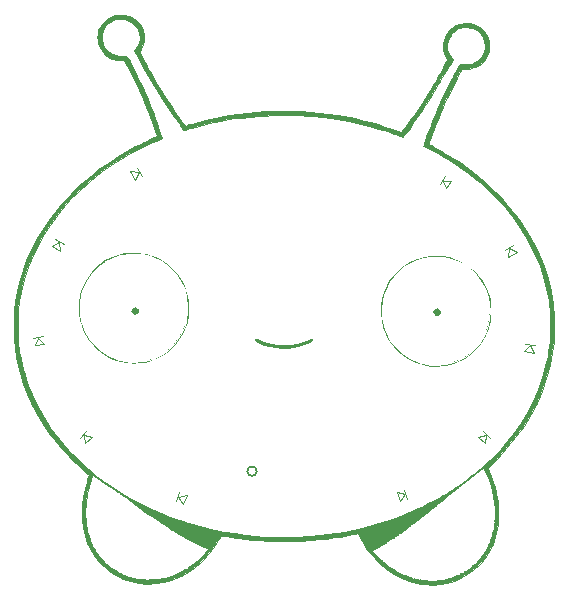
<source format=gto>
G04 #@! TF.FileFunction,Legend,Top*
%FSLAX46Y46*%
G04 Gerber Fmt 4.6, Leading zero omitted, Abs format (unit mm)*
G04 Created by KiCad (PCBNEW 4.0.7) date 06/01/18 22:37:28*
%MOMM*%
%LPD*%
G01*
G04 APERTURE LIST*
%ADD10C,0.100000*%
%ADD11C,0.010000*%
%ADD12C,0.150000*%
%ADD13C,2.100000*%
%ADD14O,2.100000X2.100000*%
G04 APERTURE END LIST*
D10*
D11*
G36*
X86460473Y-75905599D02*
X86857812Y-75999962D01*
X87208910Y-76159186D01*
X87510066Y-76374928D01*
X87757579Y-76638844D01*
X87947747Y-76942592D01*
X88076868Y-77277829D01*
X88141240Y-77636211D01*
X88137163Y-78009394D01*
X88060934Y-78389036D01*
X87908852Y-78766794D01*
X87808478Y-78943950D01*
X87795244Y-78974517D01*
X87793357Y-79014886D01*
X87806518Y-79073071D01*
X87838429Y-79157090D01*
X87892789Y-79274958D01*
X87973301Y-79434693D01*
X88083666Y-79644310D01*
X88227583Y-79911827D01*
X88408755Y-80245259D01*
X88412155Y-80251500D01*
X88524131Y-80457095D01*
X88635020Y-80660757D01*
X88731118Y-80837315D01*
X88792417Y-80950000D01*
X89006490Y-81331540D01*
X89261813Y-81765893D01*
X89549095Y-82237947D01*
X89859042Y-82732588D01*
X90182361Y-83234705D01*
X90405715Y-83573606D01*
X90714470Y-84032812D01*
X90982331Y-84421244D01*
X91209006Y-84738515D01*
X91394201Y-84984236D01*
X91537625Y-85158022D01*
X91638985Y-85259484D01*
X91697988Y-85288236D01*
X91700753Y-85287429D01*
X91816207Y-85248597D01*
X91998957Y-85194165D01*
X92233931Y-85128111D01*
X92506051Y-85054414D01*
X92800245Y-84977052D01*
X93101437Y-84900004D01*
X93394552Y-84827248D01*
X93664516Y-84762763D01*
X93840500Y-84722713D01*
X95352053Y-84431042D01*
X96874958Y-84221489D01*
X98404778Y-84094004D01*
X99937076Y-84048536D01*
X101467417Y-84085035D01*
X102991362Y-84203451D01*
X104504476Y-84403734D01*
X106002321Y-84685832D01*
X106794500Y-84869994D01*
X107379955Y-85022969D01*
X107983629Y-85194886D01*
X108582017Y-85378446D01*
X109151617Y-85566351D01*
X109668922Y-85751304D01*
X109827152Y-85811611D01*
X109871268Y-85825030D01*
X109912459Y-85821427D01*
X109960120Y-85791728D01*
X110023650Y-85726860D01*
X110112444Y-85617749D01*
X110235899Y-85455323D01*
X110338290Y-85318057D01*
X110712738Y-84806462D01*
X111067614Y-84303234D01*
X111414758Y-83790619D01*
X111766006Y-83250862D01*
X112133197Y-82666207D01*
X112432180Y-82177666D01*
X112636707Y-81835923D01*
X112848480Y-81474241D01*
X113058195Y-81109071D01*
X113256550Y-80756863D01*
X113434240Y-80434067D01*
X113581963Y-80157134D01*
X113650582Y-80023337D01*
X113807687Y-79710507D01*
X113697082Y-79507290D01*
X113546688Y-79146213D01*
X113473301Y-78768286D01*
X113474320Y-78385489D01*
X113547144Y-78009800D01*
X113689173Y-77653200D01*
X113897807Y-77327666D01*
X114170444Y-77045179D01*
X114244548Y-76985549D01*
X114566775Y-76789566D01*
X114919644Y-76663679D01*
X115289940Y-76606740D01*
X115664448Y-76617600D01*
X116029952Y-76695110D01*
X116373238Y-76838120D01*
X116681090Y-77045481D01*
X116854374Y-77212496D01*
X117083364Y-77525644D01*
X117245128Y-77873450D01*
X117338901Y-78242861D01*
X117363922Y-78620826D01*
X117319427Y-78994293D01*
X117204652Y-79350208D01*
X117018836Y-79675520D01*
X116999874Y-79701166D01*
X116737122Y-79991380D01*
X116436418Y-80211692D01*
X116090957Y-80365552D01*
X115693934Y-80456412D01*
X115464208Y-80479950D01*
X115074583Y-80505500D01*
X114855773Y-80865333D01*
X114757034Y-81037401D01*
X114629077Y-81275526D01*
X114477432Y-81568558D01*
X114307627Y-81905344D01*
X114125191Y-82274735D01*
X113935653Y-82665578D01*
X113744542Y-83066722D01*
X113557386Y-83467017D01*
X113449511Y-83701666D01*
X113351362Y-83922863D01*
X113230421Y-84205317D01*
X113094087Y-84531187D01*
X112949758Y-84882629D01*
X112804834Y-85241801D01*
X112677436Y-85563484D01*
X112536173Y-85926067D01*
X112424888Y-86217549D01*
X112341338Y-86445124D01*
X112283277Y-86615987D01*
X112248463Y-86737331D01*
X112234649Y-86816350D01*
X112239592Y-86860239D01*
X112261048Y-86876191D01*
X112267750Y-86876666D01*
X112316657Y-86896799D01*
X112426443Y-86952606D01*
X112584791Y-87037203D01*
X112779388Y-87143705D01*
X112997919Y-87265227D01*
X113228069Y-87394885D01*
X113457524Y-87525794D01*
X113673969Y-87651068D01*
X113865090Y-87763823D01*
X113991167Y-87840195D01*
X114867961Y-88405071D01*
X115678281Y-88979980D01*
X116440220Y-89578984D01*
X117171876Y-90216148D01*
X117731710Y-90747223D01*
X118349253Y-91374277D01*
X118902871Y-91981532D01*
X119405453Y-92584797D01*
X119869890Y-93199880D01*
X120309072Y-93842588D01*
X120500529Y-94142840D01*
X121070625Y-95129562D01*
X121565315Y-96142313D01*
X121983651Y-97176714D01*
X122324687Y-98228389D01*
X122587475Y-99292963D01*
X122771069Y-100366057D01*
X122874522Y-101443296D01*
X122896886Y-102520303D01*
X122837215Y-103592702D01*
X122729676Y-104445000D01*
X122512238Y-105567766D01*
X122220009Y-106657670D01*
X121852023Y-107716529D01*
X121407314Y-108746161D01*
X120884913Y-109748382D01*
X120283854Y-110725010D01*
X119603171Y-111677862D01*
X118841895Y-112608756D01*
X117999061Y-113519508D01*
X117788317Y-113731541D01*
X117239718Y-114276249D01*
X117397864Y-114620541D01*
X117550585Y-114991064D01*
X117698851Y-115421681D01*
X117835728Y-115887857D01*
X117954284Y-116365054D01*
X118047584Y-116828738D01*
X118081342Y-117039166D01*
X118110499Y-117313235D01*
X118128907Y-117643659D01*
X118136733Y-118007088D01*
X118134144Y-118380172D01*
X118121308Y-118739561D01*
X118098390Y-119061906D01*
X118065559Y-119323855D01*
X118064978Y-119327287D01*
X117904991Y-120036932D01*
X117675005Y-120699555D01*
X117376035Y-121313769D01*
X117009101Y-121878189D01*
X116575220Y-122391429D01*
X116075408Y-122852103D01*
X115510684Y-123258826D01*
X114942134Y-123580435D01*
X114385090Y-123817897D01*
X113789124Y-123994889D01*
X113171967Y-124108742D01*
X112551348Y-124156784D01*
X111944997Y-124136346D01*
X111578167Y-124087082D01*
X110842065Y-123915436D01*
X110131538Y-123667426D01*
X109822831Y-123531503D01*
X109190403Y-123189170D01*
X108927191Y-123008166D01*
X109440334Y-123008166D01*
X109461500Y-123029333D01*
X109482667Y-123008166D01*
X109461500Y-122987000D01*
X109440334Y-123008166D01*
X108927191Y-123008166D01*
X108587951Y-122774881D01*
X108024756Y-122297871D01*
X107510101Y-121767373D01*
X107053266Y-121192621D01*
X106663533Y-120582850D01*
X106454623Y-120180631D01*
X106360776Y-119989668D01*
X106291139Y-119867094D01*
X106238708Y-119802593D01*
X106196479Y-119785851D01*
X106187734Y-119787591D01*
X106003661Y-119836072D01*
X105749624Y-119892308D01*
X105439710Y-119953847D01*
X105088004Y-120018239D01*
X104708591Y-120083032D01*
X104315559Y-120145774D01*
X103922992Y-120204015D01*
X103544976Y-120255303D01*
X103386667Y-120275062D01*
X102893681Y-120331563D01*
X102439239Y-120376164D01*
X102002574Y-120410028D01*
X101562919Y-120434320D01*
X101099507Y-120450205D01*
X100591571Y-120458846D01*
X100063500Y-120461402D01*
X99311211Y-120455926D01*
X98622254Y-120437712D01*
X97976029Y-120405171D01*
X97351939Y-120356717D01*
X96729386Y-120290759D01*
X96087772Y-120205712D01*
X95433720Y-120104460D01*
X95187419Y-120065454D01*
X94970728Y-120033783D01*
X94797108Y-120011197D01*
X94680023Y-119999448D01*
X94632944Y-120000278D01*
X94603959Y-120045475D01*
X94545138Y-120147870D01*
X94466429Y-120289921D01*
X94415557Y-120383620D01*
X94032128Y-121009516D01*
X93580784Y-121596128D01*
X93069839Y-122136416D01*
X92507607Y-122623345D01*
X91902402Y-123049875D01*
X91262540Y-123408971D01*
X90596333Y-123693593D01*
X90441576Y-123747343D01*
X89761680Y-123931214D01*
X89076267Y-124034538D01*
X88392014Y-124058106D01*
X87715600Y-124002710D01*
X87053703Y-123869140D01*
X86413003Y-123658188D01*
X85800176Y-123370646D01*
X85437334Y-123154371D01*
X85068073Y-122881166D01*
X85564334Y-122881166D01*
X85585500Y-122902333D01*
X85606667Y-122881166D01*
X85585500Y-122860000D01*
X85564334Y-122881166D01*
X85068073Y-122881166D01*
X84896284Y-122754065D01*
X84415373Y-122295520D01*
X83996319Y-121781781D01*
X83640837Y-121215887D01*
X83350645Y-120600881D01*
X83127457Y-119939806D01*
X82972992Y-119235702D01*
X82901465Y-118660304D01*
X82879739Y-118056089D01*
X82891353Y-117813183D01*
X83191144Y-117813183D01*
X83192287Y-118288682D01*
X83214930Y-118717152D01*
X83258566Y-119082818D01*
X83271416Y-119155833D01*
X83290853Y-119282995D01*
X83296448Y-119374351D01*
X83292304Y-119399321D01*
X83295323Y-119453138D01*
X83321261Y-119565070D01*
X83363724Y-119713802D01*
X83416317Y-119878018D01*
X83472645Y-120036404D01*
X83515408Y-120142990D01*
X83549460Y-120246096D01*
X83554288Y-120316832D01*
X83551703Y-120322907D01*
X83557926Y-120359784D01*
X83572168Y-120362333D01*
X83610075Y-120397278D01*
X83617000Y-120437043D01*
X83636291Y-120520376D01*
X83684325Y-120635781D01*
X83701667Y-120669723D01*
X83754871Y-120781749D01*
X83784284Y-120868469D01*
X83786334Y-120884762D01*
X83812192Y-120952113D01*
X83876005Y-121045433D01*
X83892115Y-121064832D01*
X83973678Y-121171219D01*
X84004495Y-121250424D01*
X84003013Y-121304250D01*
X84029355Y-121335411D01*
X84036671Y-121336000D01*
X84087843Y-121368655D01*
X84158281Y-121449413D01*
X84230437Y-121552461D01*
X84286757Y-121651987D01*
X84309691Y-121722180D01*
X84307270Y-121733960D01*
X84301439Y-121759462D01*
X84313156Y-121751362D01*
X84359413Y-121759093D01*
X84430101Y-121816121D01*
X84503985Y-121900449D01*
X84559828Y-121990078D01*
X84571193Y-122018667D01*
X84607815Y-122073595D01*
X84636048Y-122074949D01*
X84669400Y-122086748D01*
X84675334Y-122119166D01*
X84695280Y-122164866D01*
X84717746Y-122161451D01*
X84761957Y-122175185D01*
X84798003Y-122234775D01*
X84859187Y-122339687D01*
X84911883Y-122396073D01*
X84965268Y-122435455D01*
X84967142Y-122418274D01*
X84955564Y-122394333D01*
X84959177Y-122381903D01*
X85006001Y-122424555D01*
X85036751Y-122457833D01*
X85098159Y-122521457D01*
X85120889Y-122534105D01*
X85115780Y-122521333D01*
X85122851Y-122507428D01*
X85179193Y-122542453D01*
X85227551Y-122581065D01*
X85313163Y-122662127D01*
X85359993Y-122724164D01*
X85363250Y-122739815D01*
X85389579Y-122768153D01*
X85439832Y-122775333D01*
X85498495Y-122791455D01*
X85501133Y-122817181D01*
X85506921Y-122842750D01*
X85530833Y-122837708D01*
X85593832Y-122850771D01*
X85685377Y-122909036D01*
X85720206Y-122938602D01*
X85829441Y-123022700D01*
X85934014Y-123079292D01*
X85955686Y-123086336D01*
X86055698Y-123126483D01*
X86178049Y-123194587D01*
X86209568Y-123215147D01*
X86306496Y-123273334D01*
X86371909Y-123298607D01*
X86383653Y-123296569D01*
X86429784Y-123301926D01*
X86502349Y-123342515D01*
X86601510Y-123393724D01*
X86674420Y-123410333D01*
X86737961Y-123427379D01*
X86749667Y-123446912D01*
X86787456Y-123473579D01*
X86883421Y-123499887D01*
X86946479Y-123510467D01*
X87075681Y-123535519D01*
X87172525Y-123567323D01*
X87195414Y-123580701D01*
X87263891Y-123607893D01*
X87386574Y-123633129D01*
X87496018Y-123646772D01*
X87686864Y-123666212D01*
X87889893Y-123689724D01*
X87977334Y-123700939D01*
X88147028Y-123714394D01*
X88376878Y-123719701D01*
X88642824Y-123717435D01*
X88920807Y-123708168D01*
X89186765Y-123692474D01*
X89416639Y-123670929D01*
X89459000Y-123665591D01*
X89694566Y-123631073D01*
X89869310Y-123596967D01*
X90006870Y-123557799D01*
X90121888Y-123512152D01*
X90234231Y-123478909D01*
X90325491Y-123479353D01*
X90329916Y-123480873D01*
X90380794Y-123488854D01*
X90373613Y-123459860D01*
X90378003Y-123418878D01*
X90422217Y-123410333D01*
X90506070Y-123392418D01*
X90627864Y-123347030D01*
X90689299Y-123319038D01*
X90809645Y-123265397D01*
X90902967Y-123232345D01*
X90930084Y-123227316D01*
X90979328Y-123204520D01*
X90983000Y-123191611D01*
X91018365Y-123162533D01*
X91064204Y-123156333D01*
X91177936Y-123141766D01*
X91246171Y-123105032D01*
X91250979Y-123060036D01*
X91254214Y-123032887D01*
X91293556Y-123041977D01*
X91352290Y-123047960D01*
X91364000Y-123032186D01*
X91398756Y-122986366D01*
X91484835Y-122924745D01*
X91594953Y-122862977D01*
X91701829Y-122816717D01*
X91766167Y-122801422D01*
X91835419Y-122770760D01*
X91851784Y-122733000D01*
X91885668Y-122684540D01*
X91923656Y-122681431D01*
X91996849Y-122657704D01*
X92041247Y-122606162D01*
X92091998Y-122548405D01*
X92129173Y-122544460D01*
X92159425Y-122537108D01*
X92158799Y-122513896D01*
X92183687Y-122468338D01*
X92231834Y-122457777D01*
X92300492Y-122433077D01*
X92316500Y-122398543D01*
X92351027Y-122335111D01*
X92386672Y-122313933D01*
X92455038Y-122272573D01*
X92558375Y-122192300D01*
X92642420Y-122119166D01*
X92766485Y-122011135D01*
X92885332Y-121915973D01*
X92944014Y-121873890D01*
X93016054Y-121808974D01*
X93032653Y-121754188D01*
X93030975Y-121750932D01*
X93027628Y-121724127D01*
X93053642Y-121735885D01*
X93104137Y-121730589D01*
X93128620Y-121678926D01*
X93170645Y-121607880D01*
X93210438Y-121590000D01*
X93263514Y-121564470D01*
X93269000Y-121545879D01*
X93293370Y-121475888D01*
X93310695Y-121450629D01*
X93428630Y-121304379D01*
X93499917Y-121209234D01*
X93532313Y-121151429D01*
X93533575Y-121117197D01*
X93512064Y-121093239D01*
X93419383Y-121035142D01*
X93298199Y-120975320D01*
X93183028Y-120929345D01*
X93111831Y-120912666D01*
X93069638Y-120895533D01*
X93071940Y-120880916D01*
X93051316Y-120855374D01*
X92984241Y-120842717D01*
X92888826Y-120817039D01*
X92841546Y-120779217D01*
X92777493Y-120727541D01*
X92748888Y-120721460D01*
X92663449Y-120703664D01*
X92557071Y-120660912D01*
X92455272Y-120606703D01*
X92383569Y-120554531D01*
X92366528Y-120519216D01*
X92365316Y-120496572D01*
X92346015Y-120505340D01*
X92302091Y-120505208D01*
X92211990Y-120474593D01*
X92069493Y-120410640D01*
X91868382Y-120310493D01*
X91602439Y-120171297D01*
X91502545Y-120117995D01*
X91412220Y-120055914D01*
X91366353Y-119997610D01*
X91364962Y-119989418D01*
X91340899Y-119954040D01*
X91322542Y-119959625D01*
X91258073Y-119964360D01*
X91185040Y-119931522D01*
X91136780Y-119881534D01*
X91136522Y-119845668D01*
X91139217Y-119818648D01*
X91120361Y-119826763D01*
X91054295Y-119838956D01*
X90988985Y-119818006D01*
X90960558Y-119778486D01*
X90965223Y-119764181D01*
X90964888Y-119731589D01*
X90954397Y-119731297D01*
X90853512Y-119726310D01*
X90813958Y-119669056D01*
X90813667Y-119661334D01*
X90794350Y-119616665D01*
X90774040Y-119619827D01*
X90721831Y-119610024D01*
X90622729Y-119562256D01*
X90497470Y-119489494D01*
X90366791Y-119404711D01*
X90251429Y-119320879D01*
X90208268Y-119282833D01*
X90221000Y-119282833D01*
X90242167Y-119304000D01*
X90263334Y-119282833D01*
X90242167Y-119261666D01*
X90221000Y-119282833D01*
X90208268Y-119282833D01*
X90172120Y-119250969D01*
X90158586Y-119234825D01*
X90098210Y-119189433D01*
X90061014Y-119192389D01*
X90001800Y-119189414D01*
X89984551Y-119171149D01*
X89978506Y-119141838D01*
X90009334Y-119155833D01*
X90045171Y-119166882D01*
X90037949Y-119146719D01*
X89982753Y-119101346D01*
X89886524Y-119051746D01*
X89883242Y-119050376D01*
X89795578Y-119003892D01*
X89755579Y-118962606D01*
X89755334Y-118960197D01*
X89728856Y-118927697D01*
X89723584Y-118928013D01*
X89634847Y-118926810D01*
X89604060Y-118893480D01*
X89611209Y-118874125D01*
X89616902Y-118844132D01*
X89601454Y-118849949D01*
X89546555Y-118841632D01*
X89450358Y-118794198D01*
X89336582Y-118722766D01*
X89228940Y-118642457D01*
X89151149Y-118568392D01*
X89142444Y-118557298D01*
X89082098Y-118512038D01*
X89045014Y-118515056D01*
X88985800Y-118512081D01*
X88968551Y-118493816D01*
X88962850Y-118464125D01*
X88986793Y-118474457D01*
X89031003Y-118490726D01*
X89035667Y-118485435D01*
X89001379Y-118457148D01*
X88912629Y-118403761D01*
X88819403Y-118353125D01*
X88667396Y-118266897D01*
X88489807Y-118156500D01*
X88349989Y-118062938D01*
X88210417Y-117965380D01*
X88086869Y-117879175D01*
X88005871Y-117822829D01*
X88005336Y-117822459D01*
X87897790Y-117740835D01*
X87831768Y-117684875D01*
X87749356Y-117628221D01*
X87694184Y-117610666D01*
X87643131Y-117588340D01*
X87638667Y-117573958D01*
X87606307Y-117530981D01*
X87524129Y-117463397D01*
X87470118Y-117425710D01*
X87339777Y-117334566D01*
X87190217Y-117222428D01*
X87035478Y-117100849D01*
X86889603Y-116981379D01*
X86766635Y-116875568D01*
X86680616Y-116794968D01*
X86645588Y-116751128D01*
X86645946Y-116747776D01*
X86642915Y-116738134D01*
X86638267Y-116741343D01*
X86581700Y-116743069D01*
X86516307Y-116705493D01*
X86477304Y-116653738D01*
X86479855Y-116628335D01*
X86482612Y-116601546D01*
X86461070Y-116611051D01*
X86399914Y-116611926D01*
X86318803Y-116576679D01*
X86248507Y-116524384D01*
X86219794Y-116474112D01*
X86223062Y-116463520D01*
X86212652Y-116443764D01*
X86180722Y-116451377D01*
X86111834Y-116441182D01*
X86089328Y-116408558D01*
X86029820Y-116350202D01*
X85987615Y-116340666D01*
X85910967Y-116313188D01*
X85858557Y-116277166D01*
X85903000Y-116277166D01*
X85924167Y-116298333D01*
X85945334Y-116277166D01*
X85924167Y-116256000D01*
X85903000Y-116277166D01*
X85858557Y-116277166D01*
X85811012Y-116244488D01*
X85778391Y-116215899D01*
X85692650Y-116139086D01*
X85635347Y-116093805D01*
X85625747Y-116088899D01*
X85570934Y-116086709D01*
X85561835Y-116086666D01*
X85536552Y-116060731D01*
X85543167Y-116044333D01*
X85533518Y-116008134D01*
X85503052Y-116002000D01*
X85430497Y-115972158D01*
X85348349Y-115900299D01*
X85347529Y-115899359D01*
X85260461Y-115829640D01*
X85192698Y-115821886D01*
X85149030Y-115824835D01*
X85154767Y-115802307D01*
X85146169Y-115767648D01*
X85108795Y-115763362D01*
X85052011Y-115744213D01*
X85045750Y-115716250D01*
X85021502Y-115670621D01*
X84988927Y-115663333D01*
X84919265Y-115642754D01*
X84845950Y-115599833D01*
X84887000Y-115599833D01*
X84908167Y-115621000D01*
X84929334Y-115599833D01*
X84908167Y-115578666D01*
X84887000Y-115599833D01*
X84845950Y-115599833D01*
X84836288Y-115594177D01*
X84767078Y-115537338D01*
X84738714Y-115491977D01*
X84742241Y-115483537D01*
X84722866Y-115459501D01*
X84645810Y-115432185D01*
X84645792Y-115432180D01*
X84520723Y-115386090D01*
X84449541Y-115329474D01*
X84445165Y-115278021D01*
X84436560Y-115256455D01*
X84412949Y-115261946D01*
X84353820Y-115246950D01*
X84259184Y-115186245D01*
X84182071Y-115121982D01*
X84053353Y-115015569D01*
X83927824Y-114930792D01*
X83824442Y-114878731D01*
X83762162Y-114870464D01*
X83757426Y-114873796D01*
X83740034Y-114925710D01*
X83732721Y-114981214D01*
X83712575Y-115052694D01*
X83689130Y-115070666D01*
X83665564Y-115101311D01*
X83669263Y-115121620D01*
X83667078Y-115185982D01*
X83644917Y-115305196D01*
X83608580Y-115449703D01*
X83522133Y-115772135D01*
X83439611Y-116105877D01*
X83364578Y-116434232D01*
X83300600Y-116740507D01*
X83251244Y-117008007D01*
X83220074Y-117220036D01*
X83212008Y-117306428D01*
X83191144Y-117813183D01*
X82891353Y-117813183D01*
X82910643Y-117409750D01*
X82991279Y-116743079D01*
X83118748Y-116077866D01*
X83290154Y-115435902D01*
X83358263Y-115225811D01*
X83480062Y-114867710D01*
X83184936Y-114624919D01*
X82833211Y-114320208D01*
X82448439Y-113959811D01*
X82044530Y-113558496D01*
X81635394Y-113131030D01*
X81234941Y-112692179D01*
X80857079Y-112256711D01*
X80515719Y-111839394D01*
X80314553Y-111577567D01*
X79723156Y-110732137D01*
X79183985Y-109855953D01*
X78701955Y-108959341D01*
X78281978Y-108052626D01*
X77928969Y-107146137D01*
X77647843Y-106250198D01*
X77504722Y-105672666D01*
X77342209Y-104865666D01*
X77223484Y-104111317D01*
X77146567Y-103391041D01*
X77109482Y-102686255D01*
X77110064Y-102149675D01*
X77459741Y-102149675D01*
X77459783Y-102264833D01*
X77466017Y-102845231D01*
X77483286Y-103365228D01*
X77511219Y-103819952D01*
X77549442Y-104204532D01*
X77597584Y-104514096D01*
X77647725Y-104720166D01*
X77670534Y-104806446D01*
X77706491Y-104956913D01*
X77751281Y-105152908D01*
X77800588Y-105375772D01*
X77819047Y-105461000D01*
X77914760Y-105858680D01*
X78039090Y-106304286D01*
X78183156Y-106769832D01*
X78338074Y-107227333D01*
X78494966Y-107648806D01*
X78578797Y-107854924D01*
X79075927Y-108923612D01*
X79650023Y-109957724D01*
X80300281Y-110956155D01*
X81025894Y-111917796D01*
X81826059Y-112841542D01*
X82699970Y-113726286D01*
X83151334Y-114142084D01*
X83341926Y-114310023D01*
X83546014Y-114485972D01*
X83736399Y-114646669D01*
X83860118Y-114748255D01*
X83991286Y-114858774D01*
X84089793Y-114951326D01*
X84142074Y-115012646D01*
X84146323Y-115028080D01*
X84162251Y-115052966D01*
X84199539Y-115055303D01*
X84255877Y-115075737D01*
X84261535Y-115105563D01*
X84274401Y-115140699D01*
X84293572Y-115134637D01*
X84344158Y-115146505D01*
X84445778Y-115200030D01*
X84581921Y-115285818D01*
X84686204Y-115358081D01*
X85633202Y-116005759D01*
X86609287Y-116612058D01*
X87600339Y-117169282D01*
X88592240Y-117669736D01*
X89570872Y-118105722D01*
X90140282Y-118331090D01*
X90349554Y-118410505D01*
X90574085Y-118496746D01*
X90769697Y-118572833D01*
X90792500Y-118581802D01*
X91081931Y-118687788D01*
X91439784Y-118805699D01*
X91851350Y-118931412D01*
X92301919Y-119060805D01*
X92776782Y-119189754D01*
X93261228Y-119314137D01*
X93740548Y-119429833D01*
X94136834Y-119519105D01*
X94955240Y-119681822D01*
X95814738Y-119823314D01*
X96727527Y-119945308D01*
X97705805Y-120049533D01*
X98179667Y-120091859D01*
X98387799Y-120104201D01*
X98666807Y-120112964D01*
X99002979Y-120118296D01*
X99382607Y-120120346D01*
X99791980Y-120119261D01*
X100217389Y-120115192D01*
X100645124Y-120108286D01*
X101061476Y-120098692D01*
X101452734Y-120086559D01*
X101805189Y-120072035D01*
X102105130Y-120055270D01*
X102204076Y-120048220D01*
X103705075Y-119892090D01*
X105185528Y-119656384D01*
X106641563Y-119342018D01*
X108069310Y-118949906D01*
X109464899Y-118480964D01*
X110435167Y-118101446D01*
X110879628Y-117911482D01*
X111337282Y-117705718D01*
X111663580Y-117552350D01*
X112700000Y-117552350D01*
X112720593Y-117565021D01*
X112776869Y-117510640D01*
X112790067Y-117494250D01*
X112826679Y-117444106D01*
X112804756Y-117454618D01*
X112774084Y-117478266D01*
X112715454Y-117530489D01*
X112700000Y-117552350D01*
X111663580Y-117552350D01*
X111791161Y-117492384D01*
X112224294Y-117279714D01*
X112619713Y-117075942D01*
X112960448Y-116889299D01*
X113094575Y-116811209D01*
X113466639Y-116588635D01*
X113702149Y-116446500D01*
X114012334Y-116446500D01*
X114033500Y-116467666D01*
X114054667Y-116446500D01*
X114033500Y-116425333D01*
X114012334Y-116446500D01*
X113702149Y-116446500D01*
X113775377Y-116402306D01*
X114030692Y-116245974D01*
X114242488Y-116113389D01*
X114316631Y-116065500D01*
X114435667Y-116065500D01*
X114456834Y-116086666D01*
X114478000Y-116065500D01*
X114456834Y-116044333D01*
X114435667Y-116065500D01*
X114316631Y-116065500D01*
X114420670Y-115998302D01*
X114575139Y-115894464D01*
X114715801Y-115795625D01*
X114793547Y-115739165D01*
X114956000Y-115625706D01*
X115094197Y-115540063D01*
X115192916Y-115491082D01*
X115232623Y-115483982D01*
X115260165Y-115512462D01*
X115219525Y-115561319D01*
X115193427Y-115581864D01*
X115112505Y-115629224D01*
X115061267Y-115636357D01*
X115030140Y-115647339D01*
X115028334Y-115660834D01*
X114993913Y-115700166D01*
X114962335Y-115705666D01*
X114917117Y-115724205D01*
X114919759Y-115743564D01*
X114905834Y-115786403D01*
X114837168Y-115829082D01*
X114753167Y-115852101D01*
X114721906Y-115889819D01*
X114723148Y-115913867D01*
X114706673Y-115951561D01*
X114673326Y-115946209D01*
X114608665Y-115950698D01*
X114553348Y-115991704D01*
X114537992Y-116042468D01*
X114546863Y-116056751D01*
X114531224Y-116083979D01*
X114462121Y-116110288D01*
X114389241Y-116142058D01*
X114374658Y-116175364D01*
X114365486Y-116196362D01*
X114338815Y-116190088D01*
X114269471Y-116201548D01*
X114220199Y-116243490D01*
X114182645Y-116294518D01*
X114201237Y-116288235D01*
X114245167Y-116256000D01*
X114302729Y-116215116D01*
X114300405Y-116229012D01*
X114271733Y-116266583D01*
X114199638Y-116326473D01*
X114152818Y-116340666D01*
X114111546Y-116360309D01*
X114115202Y-116378203D01*
X114108344Y-116431538D01*
X114052378Y-116481837D01*
X113979550Y-116502618D01*
X113965797Y-116500902D01*
X113914518Y-116519039D01*
X113908424Y-116539326D01*
X113878890Y-116599581D01*
X113811696Y-116676407D01*
X113734010Y-116743664D01*
X113673000Y-116775214D01*
X113663901Y-116774583D01*
X113632516Y-116795431D01*
X113631334Y-116806333D01*
X113599376Y-116838792D01*
X113578417Y-116838083D01*
X113536610Y-116859013D01*
X113536084Y-116880416D01*
X113515154Y-116922223D01*
X113493750Y-116922750D01*
X113451944Y-116943679D01*
X113451417Y-116965083D01*
X113430487Y-117006889D01*
X113409084Y-117007416D01*
X113367277Y-117028346D01*
X113366750Y-117049750D01*
X113341040Y-117092815D01*
X113295739Y-117102666D01*
X113213238Y-117134026D01*
X113130897Y-117208500D01*
X113052274Y-117283144D01*
X112979854Y-117314332D01*
X112979658Y-117314333D01*
X112923982Y-117332213D01*
X112912297Y-117401867D01*
X112913849Y-117422940D01*
X112883262Y-117473681D01*
X112806873Y-117531892D01*
X112718702Y-117576817D01*
X112652770Y-117587697D01*
X112647492Y-117585463D01*
X112615967Y-117575049D01*
X112623361Y-117587212D01*
X112613567Y-117631681D01*
X112555683Y-117703926D01*
X112471595Y-117784058D01*
X112383189Y-117852192D01*
X112312352Y-117888439D01*
X112291422Y-117888830D01*
X112242032Y-117906919D01*
X112223303Y-117944608D01*
X112174806Y-118009283D01*
X112078749Y-118077001D01*
X112050370Y-118091560D01*
X111939239Y-118159584D01*
X111860621Y-118234637D01*
X111851781Y-118248567D01*
X111800718Y-118304057D01*
X111763693Y-118306092D01*
X111721010Y-118318409D01*
X111698146Y-118365478D01*
X111643353Y-118453346D01*
X111557218Y-118486792D01*
X111500263Y-118471850D01*
X111473801Y-118465524D01*
X111483009Y-118478860D01*
X111484712Y-118532621D01*
X111435345Y-118598852D01*
X111359652Y-118652336D01*
X111296439Y-118669000D01*
X111231450Y-118696070D01*
X111218334Y-118729555D01*
X111182300Y-118782397D01*
X111123084Y-118804644D01*
X111053616Y-118836219D01*
X111039466Y-118874234D01*
X111029079Y-118910406D01*
X111013042Y-118905773D01*
X110960318Y-118916161D01*
X110878981Y-118971884D01*
X110861645Y-118987293D01*
X110776551Y-119056788D01*
X110714304Y-119091450D01*
X110708152Y-119092333D01*
X110677684Y-119124375D01*
X110678584Y-119145250D01*
X110654750Y-119183760D01*
X110614414Y-119185573D01*
X110557428Y-119192876D01*
X110550914Y-119213090D01*
X110533193Y-119252166D01*
X110523639Y-119253640D01*
X110472815Y-119286343D01*
X110446954Y-119322263D01*
X110397446Y-119368019D01*
X110369065Y-119365891D01*
X110334989Y-119376997D01*
X110329334Y-119407334D01*
X110296542Y-119465048D01*
X110265834Y-119473333D01*
X110209518Y-119497513D01*
X110202334Y-119518165D01*
X110176358Y-119543359D01*
X110159701Y-119536648D01*
X110111269Y-119545736D01*
X110091765Y-119576240D01*
X110051951Y-119621267D01*
X110028564Y-119618758D01*
X109992662Y-119621660D01*
X109990667Y-119632207D01*
X109958023Y-119681814D01*
X109879124Y-119750345D01*
X109782520Y-119817069D01*
X109696763Y-119861253D01*
X109665338Y-119868444D01*
X109626346Y-119879720D01*
X109629398Y-119888175D01*
X109615319Y-119923670D01*
X109556416Y-119979856D01*
X109480756Y-120034349D01*
X109416404Y-120064762D01*
X109406435Y-120066000D01*
X109356531Y-120099753D01*
X109340632Y-120128786D01*
X109287649Y-120171091D01*
X109251436Y-120166590D01*
X109196158Y-120168745D01*
X109186334Y-120190969D01*
X109161943Y-120221406D01*
X109146602Y-120215774D01*
X109096816Y-120226612D01*
X109063223Y-120266192D01*
X109028305Y-120308823D01*
X109017639Y-120298833D01*
X109000670Y-120282225D01*
X108984602Y-120300292D01*
X108916628Y-120371436D01*
X108823949Y-120442081D01*
X108734387Y-120493835D01*
X108675760Y-120508303D01*
X108672309Y-120506776D01*
X108644540Y-120515868D01*
X108645535Y-120539103D01*
X108622821Y-120588180D01*
X108593667Y-120595166D01*
X108519434Y-120626373D01*
X108472858Y-120672093D01*
X108404863Y-120723959D01*
X108356441Y-120726339D01*
X108304969Y-120736947D01*
X108297334Y-120765828D01*
X108261197Y-120818757D01*
X108168602Y-120836568D01*
X108106834Y-120829485D01*
X108087528Y-120841717D01*
X108095981Y-120852425D01*
X108092897Y-120894554D01*
X108040973Y-120943312D01*
X107971272Y-120977320D01*
X107916259Y-120976120D01*
X107877216Y-120977548D01*
X107874000Y-120991333D01*
X107837957Y-121029217D01*
X107746285Y-121079118D01*
X107683500Y-121105416D01*
X107563427Y-121159967D01*
X107506493Y-121214942D01*
X107493000Y-121282214D01*
X107523839Y-121377440D01*
X107577667Y-121408400D01*
X107646481Y-121451990D01*
X107662334Y-121491602D01*
X107679274Y-121536883D01*
X107694084Y-121536387D01*
X107736284Y-121557018D01*
X107814066Y-121627041D01*
X107894933Y-121713805D01*
X107965261Y-121799302D01*
X107988488Y-121838874D01*
X107959791Y-121824216D01*
X107958433Y-121823136D01*
X107852834Y-121738772D01*
X107954237Y-121853581D01*
X108029817Y-121923126D01*
X108086266Y-121947521D01*
X108092869Y-121945381D01*
X108120208Y-121947026D01*
X108118466Y-121957270D01*
X108134833Y-122000093D01*
X108139416Y-122001858D01*
X108209322Y-122044894D01*
X108259659Y-122109262D01*
X108265183Y-122157457D01*
X108269024Y-122176689D01*
X108285328Y-122168919D01*
X108341819Y-122172401D01*
X108412233Y-122216003D01*
X108467883Y-122275351D01*
X108480084Y-122326072D01*
X108476480Y-122331334D01*
X108474504Y-122347158D01*
X108492759Y-122338618D01*
X108552657Y-122346213D01*
X108615737Y-122395331D01*
X108658524Y-122456113D01*
X108653145Y-122480287D01*
X108651640Y-122497985D01*
X108689252Y-122524911D01*
X108768904Y-122549329D01*
X108805669Y-122542292D01*
X108841258Y-122552537D01*
X108847667Y-122584833D01*
X108867579Y-122630557D01*
X108890000Y-122627166D01*
X108929010Y-122630523D01*
X108932334Y-122645834D01*
X108965946Y-122687008D01*
X108987851Y-122690666D01*
X109056723Y-122717517D01*
X109136566Y-122777493D01*
X109213903Y-122831807D01*
X109268623Y-122840302D01*
X109321666Y-122847292D01*
X109338116Y-122865850D01*
X109344161Y-122895161D01*
X109313334Y-122881166D01*
X109277825Y-122870066D01*
X109288124Y-122895792D01*
X109351500Y-122936745D01*
X109401827Y-122944666D01*
X109481651Y-122971792D01*
X109508666Y-123005493D01*
X109560855Y-123046439D01*
X109593735Y-123042633D01*
X109641194Y-123046981D01*
X109643148Y-123075079D01*
X109665543Y-123127565D01*
X109694334Y-123137324D01*
X109804509Y-123150000D01*
X109850036Y-123163731D01*
X109850748Y-123185132D01*
X109848612Y-123188777D01*
X109866665Y-123227952D01*
X109930832Y-123269485D01*
X110001924Y-123296433D01*
X110012873Y-123278116D01*
X110008746Y-123268791D01*
X110011228Y-123257578D01*
X110046271Y-123295502D01*
X110108849Y-123352407D01*
X110144660Y-123364572D01*
X110275014Y-123363845D01*
X110391057Y-123399056D01*
X110422568Y-123420916D01*
X110472199Y-123459044D01*
X110538465Y-123485884D01*
X110649498Y-123511423D01*
X110710172Y-123523031D01*
X110804607Y-123560992D01*
X110850357Y-123604441D01*
X110899426Y-123645339D01*
X110924726Y-123641481D01*
X110988157Y-123629942D01*
X111087968Y-123636022D01*
X111195690Y-123654484D01*
X111282853Y-123680093D01*
X111320989Y-123707611D01*
X111319568Y-123714108D01*
X111337207Y-123735045D01*
X111423375Y-123729931D01*
X111447000Y-123725822D01*
X111555847Y-123715190D01*
X111597920Y-123739245D01*
X111599334Y-123749827D01*
X111634808Y-123784474D01*
X111736917Y-123781010D01*
X111859763Y-123774757D01*
X111957061Y-123789582D01*
X112034047Y-123803091D01*
X112165988Y-123812402D01*
X112333673Y-123817636D01*
X112517888Y-123818913D01*
X112699420Y-123816354D01*
X112859056Y-123810080D01*
X112977582Y-123800212D01*
X113035785Y-123786869D01*
X113038667Y-123782788D01*
X113069496Y-123771647D01*
X113128717Y-123794214D01*
X113207121Y-123820875D01*
X113251445Y-123789535D01*
X113313024Y-123756348D01*
X113349723Y-123761836D01*
X113430536Y-123761413D01*
X113537244Y-123726112D01*
X113543957Y-123722840D01*
X113642952Y-123686312D01*
X113711766Y-123683310D01*
X113715461Y-123685166D01*
X113754857Y-123682318D01*
X113758334Y-123666831D01*
X113795846Y-123638588D01*
X113889401Y-123623044D01*
X113925168Y-123622000D01*
X114038016Y-123611993D01*
X114110510Y-123587142D01*
X114118594Y-123578976D01*
X114169328Y-123554555D01*
X114184592Y-123560307D01*
X114220936Y-123552441D01*
X114224000Y-123535302D01*
X114254850Y-123505310D01*
X114289699Y-123511152D01*
X114333399Y-123514111D01*
X114329534Y-123494515D01*
X114346525Y-123465088D01*
X114427949Y-123452696D01*
X114433168Y-123452666D01*
X114523413Y-123440622D01*
X114562616Y-123411525D01*
X114562667Y-123410333D01*
X114597670Y-123374607D01*
X114637914Y-123368000D01*
X114730443Y-123344455D01*
X114801686Y-123305994D01*
X114879693Y-123269743D01*
X114923726Y-123274244D01*
X114939026Y-123275666D01*
X114930615Y-123257773D01*
X114944396Y-123209145D01*
X115011191Y-123162202D01*
X115081587Y-123138743D01*
X115091834Y-123156333D01*
X115102473Y-123173894D01*
X115172476Y-123150464D01*
X115242378Y-123103612D01*
X115256135Y-123063525D01*
X115276800Y-123026919D01*
X115356341Y-122978802D01*
X115404446Y-122957925D01*
X115503329Y-122909916D01*
X115553063Y-122867238D01*
X115553819Y-122854043D01*
X115562785Y-122816097D01*
X115576168Y-122812375D01*
X115650083Y-122802571D01*
X115655228Y-122801791D01*
X115717494Y-122770682D01*
X115798082Y-122706296D01*
X115873863Y-122630994D01*
X115921702Y-122567138D01*
X115925569Y-122540463D01*
X115932104Y-122524990D01*
X115969742Y-122534231D01*
X116027363Y-122536112D01*
X116033242Y-122509226D01*
X116055159Y-122469743D01*
X116079230Y-122469465D01*
X116114362Y-122456593D01*
X116108297Y-122437416D01*
X116118049Y-122389145D01*
X116154833Y-122365518D01*
X116238226Y-122315852D01*
X116323701Y-122241307D01*
X116379990Y-122170756D01*
X116387233Y-122150916D01*
X116422069Y-122128886D01*
X116432713Y-122130798D01*
X116455625Y-122116686D01*
X116449533Y-122102907D01*
X116462030Y-122052376D01*
X116524049Y-121978095D01*
X116541637Y-121962088D01*
X116623259Y-121878301D01*
X116669687Y-121806518D01*
X116671774Y-121799479D01*
X116714101Y-121714551D01*
X116730901Y-121695833D01*
X116758362Y-121680218D01*
X116744398Y-121717000D01*
X116746992Y-121729388D01*
X116791419Y-121685369D01*
X116817912Y-121654665D01*
X116880832Y-121560389D01*
X116904154Y-121484868D01*
X116902031Y-121473018D01*
X116911650Y-121430429D01*
X116936799Y-121429518D01*
X116991031Y-121416091D01*
X116998565Y-121399500D01*
X117028081Y-121300134D01*
X117078993Y-121203204D01*
X117117766Y-121159468D01*
X117162380Y-121095415D01*
X117169358Y-121068761D01*
X117191953Y-120992549D01*
X117238620Y-120874293D01*
X117298506Y-120737707D01*
X117360754Y-120606505D01*
X117414510Y-120504400D01*
X117448920Y-120455107D01*
X117450735Y-120454055D01*
X117477216Y-120405789D01*
X117483928Y-120348222D01*
X117503614Y-120244744D01*
X117547428Y-120135244D01*
X117592732Y-120023369D01*
X117610667Y-119931740D01*
X117621302Y-119822603D01*
X117648041Y-119699872D01*
X117683136Y-119588672D01*
X117718839Y-119514126D01*
X117744257Y-119498572D01*
X117764664Y-119483376D01*
X117755805Y-119412838D01*
X117741965Y-119297171D01*
X117748100Y-119168368D01*
X117769724Y-119051044D01*
X117802352Y-118969812D01*
X117840364Y-118948820D01*
X117878250Y-118941163D01*
X117876365Y-118866566D01*
X117875592Y-118862450D01*
X117847130Y-118791793D01*
X117813269Y-118780435D01*
X117799244Y-118769161D01*
X117823635Y-118708901D01*
X117844848Y-118638759D01*
X117856957Y-118518404D01*
X117860328Y-118337836D01*
X117855328Y-118087053D01*
X117850960Y-117962046D01*
X117840650Y-117734015D01*
X117828603Y-117534981D01*
X117816014Y-117380760D01*
X117804075Y-117287171D01*
X117798549Y-117267763D01*
X117775624Y-117196329D01*
X117759633Y-117088759D01*
X117742718Y-116971253D01*
X117719746Y-116886732D01*
X117699264Y-116807421D01*
X117700001Y-116780899D01*
X117702534Y-116703822D01*
X117691057Y-116584960D01*
X117670168Y-116450486D01*
X117644460Y-116326571D01*
X117618531Y-116239389D01*
X117600394Y-116213666D01*
X117576573Y-116177609D01*
X117576800Y-116090576D01*
X117577212Y-116087699D01*
X117579493Y-115995332D01*
X117559086Y-115949529D01*
X117558927Y-115949475D01*
X117533130Y-115903732D01*
X117511232Y-115802836D01*
X117505129Y-115751228D01*
X117486879Y-115632526D01*
X117461070Y-115553515D01*
X117450487Y-115540203D01*
X117410167Y-115484508D01*
X117370914Y-115390304D01*
X117344409Y-115293116D01*
X117342331Y-115228470D01*
X117346012Y-115222432D01*
X117338392Y-115199561D01*
X117321389Y-115197666D01*
X117277346Y-115163603D01*
X117272000Y-115135602D01*
X117254826Y-115063057D01*
X117213194Y-114950885D01*
X117161945Y-114834451D01*
X117115916Y-114749125D01*
X117102667Y-114732000D01*
X117066741Y-114677780D01*
X117025226Y-114592071D01*
X116988884Y-114501667D01*
X116968479Y-114433362D01*
X116974774Y-114413949D01*
X116974949Y-114414056D01*
X117015032Y-114427031D01*
X117002446Y-114391821D01*
X116951476Y-114332857D01*
X116871649Y-114279558D01*
X116795926Y-114265855D01*
X116750102Y-114291190D01*
X116751512Y-114337182D01*
X116757855Y-114386518D01*
X116706543Y-114380269D01*
X116698557Y-114377278D01*
X116647238Y-114364669D01*
X116648605Y-114376715D01*
X116640155Y-114416415D01*
X116585984Y-114471185D01*
X116515624Y-114517298D01*
X116458606Y-114531027D01*
X116457084Y-114530587D01*
X116428576Y-114554369D01*
X116425334Y-114579129D01*
X116391129Y-114625902D01*
X116351250Y-114632046D01*
X116294178Y-114651013D01*
X116287750Y-114679083D01*
X116265673Y-114727450D01*
X116245017Y-114732000D01*
X116182919Y-114764394D01*
X116138825Y-114816666D01*
X116071724Y-114883440D01*
X116020310Y-114901333D01*
X115976618Y-114921731D01*
X115980534Y-114943181D01*
X115973428Y-114966655D01*
X115934922Y-114957602D01*
X115882624Y-114953144D01*
X115883694Y-114989837D01*
X115861139Y-115049034D01*
X115765209Y-115120629D01*
X115730720Y-115139501D01*
X115629942Y-115202304D01*
X115573147Y-115258259D01*
X115568084Y-115277084D01*
X115541842Y-115315008D01*
X115491502Y-115324666D01*
X115431693Y-115339218D01*
X115427526Y-115362187D01*
X115412580Y-115400800D01*
X115366524Y-115421723D01*
X115299109Y-115427384D01*
X115282334Y-115414024D01*
X115313779Y-115379870D01*
X115400598Y-115302637D01*
X115531517Y-115191457D01*
X115695259Y-115055464D01*
X115880551Y-114903793D01*
X115939326Y-114856243D01*
X116054713Y-114856243D01*
X116060503Y-114859000D01*
X116099136Y-114829198D01*
X116107834Y-114816666D01*
X116118621Y-114777089D01*
X116112830Y-114774333D01*
X116074198Y-114804135D01*
X116065500Y-114816666D01*
X116054713Y-114856243D01*
X115939326Y-114856243D01*
X116076117Y-114745578D01*
X116270681Y-114589952D01*
X116452970Y-114446050D01*
X116611708Y-114323006D01*
X116735620Y-114229954D01*
X116799452Y-114184987D01*
X116897618Y-114108079D01*
X117042664Y-113978601D01*
X117224571Y-113806678D01*
X117433317Y-113602435D01*
X117658882Y-113375998D01*
X117891246Y-113137493D01*
X118120389Y-112897044D01*
X118336289Y-112664776D01*
X118528928Y-112450817D01*
X118625138Y-112340166D01*
X119379519Y-111400443D01*
X120052663Y-110439424D01*
X120645913Y-109454494D01*
X121160611Y-108443036D01*
X121598102Y-107402433D01*
X121959728Y-106330069D01*
X122221811Y-105334000D01*
X122317732Y-104888618D01*
X122393598Y-104468034D01*
X122451212Y-104053867D01*
X122492377Y-103627740D01*
X122518896Y-103171273D01*
X122532571Y-102666089D01*
X122535347Y-102137833D01*
X122533637Y-101762064D01*
X122530096Y-101454814D01*
X122523793Y-101199941D01*
X122513793Y-100981302D01*
X122499166Y-100782755D01*
X122478979Y-100588157D01*
X122452299Y-100381366D01*
X122421644Y-100169333D01*
X122217044Y-99075531D01*
X121932514Y-98004490D01*
X121567547Y-96955103D01*
X121121638Y-95926261D01*
X120594282Y-94916855D01*
X119984971Y-93925777D01*
X119293201Y-92951918D01*
X118898662Y-92449405D01*
X118688730Y-92202160D01*
X118428108Y-91913470D01*
X118130384Y-91596997D01*
X117809144Y-91266407D01*
X117477976Y-90935362D01*
X117150466Y-90617526D01*
X116840201Y-90326564D01*
X116560769Y-90076139D01*
X116418060Y-89954752D01*
X115609537Y-89318055D01*
X114746249Y-88700421D01*
X113858082Y-88122666D01*
X113353376Y-87819882D01*
X113117424Y-87685192D01*
X112870860Y-87548616D01*
X112625981Y-87416528D01*
X112395081Y-87295300D01*
X112190455Y-87191306D01*
X112024399Y-87110919D01*
X111909208Y-87060512D01*
X111860413Y-87046000D01*
X111813773Y-87019244D01*
X111811000Y-87006094D01*
X111826799Y-86920809D01*
X111871792Y-86766896D01*
X111942372Y-86553779D01*
X112034931Y-86290886D01*
X112145864Y-85987643D01*
X112271562Y-85653474D01*
X112408420Y-85297807D01*
X112552830Y-84930067D01*
X112701186Y-84559681D01*
X112849880Y-84196075D01*
X112995307Y-83848673D01*
X113133858Y-83526904D01*
X113196932Y-83384166D01*
X113319594Y-83115455D01*
X113463433Y-82810556D01*
X113622368Y-82481482D01*
X113790315Y-82140245D01*
X113961192Y-81798859D01*
X114128915Y-81469336D01*
X114287403Y-81163689D01*
X114430572Y-80893930D01*
X114552340Y-80672072D01*
X114646624Y-80510128D01*
X114674845Y-80465478D01*
X114923462Y-80086790D01*
X115348580Y-80098206D01*
X115555628Y-80101166D01*
X115704402Y-80094444D01*
X115821077Y-80074369D01*
X115931832Y-80037268D01*
X116004265Y-80006235D01*
X116305443Y-79834629D01*
X116570970Y-79611913D01*
X116785357Y-79354066D01*
X116933112Y-79077064D01*
X116949925Y-79030885D01*
X117008945Y-78744097D01*
X117010260Y-78427124D01*
X116957362Y-78108288D01*
X116853745Y-77815913D01*
X116784447Y-77689192D01*
X116580405Y-77435774D01*
X116319110Y-77219021D01*
X116129531Y-77108120D01*
X116002380Y-77051665D01*
X115878547Y-77015048D01*
X115731052Y-76992922D01*
X115532912Y-76979941D01*
X115469854Y-76977407D01*
X115261292Y-76972319D01*
X115109701Y-76977630D01*
X114987665Y-76996865D01*
X114867766Y-77033552D01*
X114785416Y-77065419D01*
X114602016Y-77150061D01*
X114444209Y-77242384D01*
X114328589Y-77331030D01*
X114271749Y-77404637D01*
X114268676Y-77419188D01*
X114238135Y-77479249D01*
X114177038Y-77546188D01*
X114111031Y-77625622D01*
X114027937Y-77752309D01*
X113955440Y-77880833D01*
X113888066Y-78020020D01*
X113848184Y-78138777D01*
X113828748Y-78269622D01*
X113822716Y-78445072D01*
X113822485Y-78494666D01*
X113842418Y-78812216D01*
X113909480Y-79083119D01*
X114032663Y-79336318D01*
X114128547Y-79479834D01*
X114274892Y-79681835D01*
X114101279Y-79974069D01*
X114019887Y-80116172D01*
X113958943Y-80232287D01*
X113929047Y-80301922D01*
X113927667Y-80309714D01*
X113895484Y-80366264D01*
X113867586Y-80386979D01*
X113805361Y-80453785D01*
X113793502Y-80484333D01*
X113766994Y-80554106D01*
X113755593Y-80569000D01*
X113723776Y-80616092D01*
X113654123Y-80733042D01*
X113549233Y-80915319D01*
X113411705Y-81158395D01*
X113244140Y-81457739D01*
X113196842Y-81542666D01*
X113111053Y-81692352D01*
X112994800Y-81888670D01*
X112854873Y-82120732D01*
X112698060Y-82377653D01*
X112531151Y-82648546D01*
X112360935Y-82922525D01*
X112194201Y-83188704D01*
X112037738Y-83436196D01*
X111898335Y-83654116D01*
X111782783Y-83831576D01*
X111697869Y-83957691D01*
X111652079Y-84019663D01*
X111610664Y-84075495D01*
X111534554Y-84185115D01*
X111435346Y-84331418D01*
X111324635Y-84497299D01*
X111214015Y-84665653D01*
X111210345Y-84671293D01*
X111148122Y-84763524D01*
X111104137Y-84823500D01*
X110954441Y-85012499D01*
X110859808Y-85147009D01*
X110821884Y-85224576D01*
X110824356Y-85240911D01*
X110819090Y-85265863D01*
X110802056Y-85268000D01*
X110760266Y-85302868D01*
X110752667Y-85342394D01*
X110726153Y-85408005D01*
X110655878Y-85514975D01*
X110555747Y-85642672D01*
X110530417Y-85672273D01*
X110403076Y-85820413D01*
X110278464Y-85968282D01*
X110182506Y-86085098D01*
X110178620Y-86089954D01*
X110098683Y-86185359D01*
X110043730Y-86224524D01*
X109986670Y-86217967D01*
X109924620Y-86188568D01*
X109803383Y-86134666D01*
X109614817Y-86061010D01*
X109372612Y-85972441D01*
X109090454Y-85873798D01*
X108782033Y-85769921D01*
X108461036Y-85665651D01*
X108318500Y-85620632D01*
X106887395Y-85216817D01*
X105428325Y-84891538D01*
X103945786Y-84645135D01*
X102444273Y-84477945D01*
X100928281Y-84390308D01*
X99402304Y-84382562D01*
X97870839Y-84455046D01*
X96338379Y-84608098D01*
X95817630Y-84678591D01*
X95247304Y-84769561D01*
X94635312Y-84882558D01*
X94004682Y-85012493D01*
X93378446Y-85154273D01*
X92779634Y-85302809D01*
X92231277Y-85453009D01*
X91994308Y-85523721D01*
X91757851Y-85593132D01*
X91590613Y-85633082D01*
X91482810Y-85644557D01*
X91424659Y-85628544D01*
X91406377Y-85586030D01*
X91406334Y-85583000D01*
X91381877Y-85522339D01*
X91316191Y-85413675D01*
X91220800Y-85275228D01*
X91158653Y-85191417D01*
X90488783Y-84273009D01*
X89819434Y-83280810D01*
X89157334Y-82225469D01*
X88509212Y-81117632D01*
X88005249Y-80200630D01*
X87875075Y-79960645D01*
X87744362Y-79726063D01*
X87623806Y-79515633D01*
X87524105Y-79348109D01*
X87471588Y-79265111D01*
X87298890Y-79005110D01*
X87488443Y-78728239D01*
X87635971Y-78487052D01*
X87726685Y-78265775D01*
X87770573Y-78032304D01*
X87778467Y-77796166D01*
X87734094Y-77432688D01*
X87613321Y-77104146D01*
X87418436Y-76814986D01*
X87151728Y-76569656D01*
X87144842Y-76564619D01*
X86916300Y-76417765D01*
X86694466Y-76322707D01*
X86450868Y-76270691D01*
X86157040Y-76252958D01*
X86130938Y-76252760D01*
X85938653Y-76254484D01*
X85799649Y-76266244D01*
X85682605Y-76294787D01*
X85556201Y-76346857D01*
X85447182Y-76400013D01*
X85135779Y-76599023D01*
X84890648Y-76850531D01*
X84713160Y-77152662D01*
X84604686Y-77503542D01*
X84593275Y-77567483D01*
X84568641Y-77829037D01*
X84590615Y-78063325D01*
X84664318Y-78305977D01*
X84717432Y-78431166D01*
X84889569Y-78728736D01*
X85110840Y-78981954D01*
X85364623Y-79172148D01*
X85389452Y-79186061D01*
X85552511Y-79258913D01*
X85749779Y-79323956D01*
X85954856Y-79374867D01*
X86141341Y-79405323D01*
X86282833Y-79409000D01*
X86305693Y-79405507D01*
X86436268Y-79378411D01*
X86517115Y-79361622D01*
X86572418Y-79358687D01*
X86624548Y-79383580D01*
X86686511Y-79448690D01*
X86771311Y-79566407D01*
X86839284Y-79668539D01*
X86944053Y-79841560D01*
X87076212Y-80081225D01*
X87230303Y-80376143D01*
X87400871Y-80714921D01*
X87582460Y-81086167D01*
X87769616Y-81478488D01*
X87956882Y-81880494D01*
X88138802Y-82280791D01*
X88309921Y-82667987D01*
X88464783Y-83030691D01*
X88557874Y-83257166D01*
X88698757Y-83611737D01*
X88840612Y-83978395D01*
X88980342Y-84348295D01*
X89114851Y-84712592D01*
X89241042Y-85062439D01*
X89355818Y-85388992D01*
X89456083Y-85683403D01*
X89538740Y-85936828D01*
X89600691Y-86140421D01*
X89638841Y-86285336D01*
X89650092Y-86362728D01*
X89648006Y-86371083D01*
X89595829Y-86402777D01*
X89498745Y-86432731D01*
X89496633Y-86433199D01*
X89364021Y-86474330D01*
X89168447Y-86551352D01*
X88920899Y-86658927D01*
X88632368Y-86791721D01*
X88313842Y-86944396D01*
X87976311Y-87111616D01*
X87630763Y-87288046D01*
X87288188Y-87468349D01*
X86959576Y-87647188D01*
X86728500Y-87777370D01*
X85646567Y-88438726D01*
X84621612Y-89148900D01*
X83655787Y-89905056D01*
X82751242Y-90704360D01*
X81910127Y-91543976D01*
X81134593Y-92421068D01*
X80426789Y-93332800D01*
X79788866Y-94276336D01*
X79222975Y-95248842D01*
X78731265Y-96247481D01*
X78315887Y-97269417D01*
X77978992Y-98311816D01*
X77722729Y-99371841D01*
X77652569Y-99746000D01*
X77596342Y-100078615D01*
X77552022Y-100366375D01*
X77518246Y-100627113D01*
X77493649Y-100878663D01*
X77476864Y-101138860D01*
X77466528Y-101425538D01*
X77461276Y-101756532D01*
X77459741Y-102149675D01*
X77110064Y-102149675D01*
X77110251Y-101978379D01*
X77110517Y-101968500D01*
X77181482Y-100819311D01*
X77331334Y-99699966D01*
X77560869Y-98607596D01*
X77870881Y-97539332D01*
X78262166Y-96492307D01*
X78735519Y-95463651D01*
X79105451Y-94771833D01*
X79563576Y-94017612D01*
X80089466Y-93251850D01*
X80670791Y-92490451D01*
X81295222Y-91749319D01*
X81950431Y-91044359D01*
X82153597Y-90839879D01*
X82878092Y-90155078D01*
X83626332Y-89514215D01*
X84410165Y-88908665D01*
X85241439Y-88329803D01*
X86132002Y-87769003D01*
X87093702Y-87217642D01*
X87236540Y-87139710D01*
X87421337Y-87041964D01*
X87641501Y-86929470D01*
X87884786Y-86808068D01*
X88138949Y-86683598D01*
X88391745Y-86561900D01*
X88630930Y-86448815D01*
X88844258Y-86350183D01*
X89019485Y-86271843D01*
X89144367Y-86219636D01*
X89206659Y-86199403D01*
X89208151Y-86199333D01*
X89243123Y-86165087D01*
X89247333Y-86137111D01*
X89232122Y-86072036D01*
X89189063Y-85938496D01*
X89122021Y-85746529D01*
X89034862Y-85506172D01*
X88931450Y-85227465D01*
X88815649Y-84920444D01*
X88691325Y-84595149D01*
X88562342Y-84261617D01*
X88432565Y-83929886D01*
X88305859Y-83609994D01*
X88186088Y-83311981D01*
X88077117Y-83045882D01*
X87982810Y-82821738D01*
X87907034Y-82649586D01*
X87892520Y-82618161D01*
X87818531Y-82458970D01*
X87722740Y-82251510D01*
X87618417Y-82024575D01*
X87533458Y-81839000D01*
X87297954Y-81330380D01*
X87087479Y-80890344D01*
X86903447Y-80521748D01*
X86747274Y-80227447D01*
X86658024Y-80071742D01*
X86474500Y-79764985D01*
X86220500Y-79764102D01*
X85832877Y-79725891D01*
X85452014Y-79619374D01*
X85100906Y-79452727D01*
X84852047Y-79277546D01*
X84671448Y-79083446D01*
X84507000Y-78828627D01*
X84369177Y-78536848D01*
X84268451Y-78231867D01*
X84215292Y-77937442D01*
X84209667Y-77820179D01*
X84232404Y-77580518D01*
X84293626Y-77309231D01*
X84382848Y-77043760D01*
X84489022Y-76822500D01*
X84724783Y-76505058D01*
X85014399Y-76248180D01*
X85348337Y-76056300D01*
X85717067Y-75933849D01*
X86111056Y-75885262D01*
X86460473Y-75905599D01*
X86460473Y-75905599D01*
G37*
X86460473Y-75905599D02*
X86857812Y-75999962D01*
X87208910Y-76159186D01*
X87510066Y-76374928D01*
X87757579Y-76638844D01*
X87947747Y-76942592D01*
X88076868Y-77277829D01*
X88141240Y-77636211D01*
X88137163Y-78009394D01*
X88060934Y-78389036D01*
X87908852Y-78766794D01*
X87808478Y-78943950D01*
X87795244Y-78974517D01*
X87793357Y-79014886D01*
X87806518Y-79073071D01*
X87838429Y-79157090D01*
X87892789Y-79274958D01*
X87973301Y-79434693D01*
X88083666Y-79644310D01*
X88227583Y-79911827D01*
X88408755Y-80245259D01*
X88412155Y-80251500D01*
X88524131Y-80457095D01*
X88635020Y-80660757D01*
X88731118Y-80837315D01*
X88792417Y-80950000D01*
X89006490Y-81331540D01*
X89261813Y-81765893D01*
X89549095Y-82237947D01*
X89859042Y-82732588D01*
X90182361Y-83234705D01*
X90405715Y-83573606D01*
X90714470Y-84032812D01*
X90982331Y-84421244D01*
X91209006Y-84738515D01*
X91394201Y-84984236D01*
X91537625Y-85158022D01*
X91638985Y-85259484D01*
X91697988Y-85288236D01*
X91700753Y-85287429D01*
X91816207Y-85248597D01*
X91998957Y-85194165D01*
X92233931Y-85128111D01*
X92506051Y-85054414D01*
X92800245Y-84977052D01*
X93101437Y-84900004D01*
X93394552Y-84827248D01*
X93664516Y-84762763D01*
X93840500Y-84722713D01*
X95352053Y-84431042D01*
X96874958Y-84221489D01*
X98404778Y-84094004D01*
X99937076Y-84048536D01*
X101467417Y-84085035D01*
X102991362Y-84203451D01*
X104504476Y-84403734D01*
X106002321Y-84685832D01*
X106794500Y-84869994D01*
X107379955Y-85022969D01*
X107983629Y-85194886D01*
X108582017Y-85378446D01*
X109151617Y-85566351D01*
X109668922Y-85751304D01*
X109827152Y-85811611D01*
X109871268Y-85825030D01*
X109912459Y-85821427D01*
X109960120Y-85791728D01*
X110023650Y-85726860D01*
X110112444Y-85617749D01*
X110235899Y-85455323D01*
X110338290Y-85318057D01*
X110712738Y-84806462D01*
X111067614Y-84303234D01*
X111414758Y-83790619D01*
X111766006Y-83250862D01*
X112133197Y-82666207D01*
X112432180Y-82177666D01*
X112636707Y-81835923D01*
X112848480Y-81474241D01*
X113058195Y-81109071D01*
X113256550Y-80756863D01*
X113434240Y-80434067D01*
X113581963Y-80157134D01*
X113650582Y-80023337D01*
X113807687Y-79710507D01*
X113697082Y-79507290D01*
X113546688Y-79146213D01*
X113473301Y-78768286D01*
X113474320Y-78385489D01*
X113547144Y-78009800D01*
X113689173Y-77653200D01*
X113897807Y-77327666D01*
X114170444Y-77045179D01*
X114244548Y-76985549D01*
X114566775Y-76789566D01*
X114919644Y-76663679D01*
X115289940Y-76606740D01*
X115664448Y-76617600D01*
X116029952Y-76695110D01*
X116373238Y-76838120D01*
X116681090Y-77045481D01*
X116854374Y-77212496D01*
X117083364Y-77525644D01*
X117245128Y-77873450D01*
X117338901Y-78242861D01*
X117363922Y-78620826D01*
X117319427Y-78994293D01*
X117204652Y-79350208D01*
X117018836Y-79675520D01*
X116999874Y-79701166D01*
X116737122Y-79991380D01*
X116436418Y-80211692D01*
X116090957Y-80365552D01*
X115693934Y-80456412D01*
X115464208Y-80479950D01*
X115074583Y-80505500D01*
X114855773Y-80865333D01*
X114757034Y-81037401D01*
X114629077Y-81275526D01*
X114477432Y-81568558D01*
X114307627Y-81905344D01*
X114125191Y-82274735D01*
X113935653Y-82665578D01*
X113744542Y-83066722D01*
X113557386Y-83467017D01*
X113449511Y-83701666D01*
X113351362Y-83922863D01*
X113230421Y-84205317D01*
X113094087Y-84531187D01*
X112949758Y-84882629D01*
X112804834Y-85241801D01*
X112677436Y-85563484D01*
X112536173Y-85926067D01*
X112424888Y-86217549D01*
X112341338Y-86445124D01*
X112283277Y-86615987D01*
X112248463Y-86737331D01*
X112234649Y-86816350D01*
X112239592Y-86860239D01*
X112261048Y-86876191D01*
X112267750Y-86876666D01*
X112316657Y-86896799D01*
X112426443Y-86952606D01*
X112584791Y-87037203D01*
X112779388Y-87143705D01*
X112997919Y-87265227D01*
X113228069Y-87394885D01*
X113457524Y-87525794D01*
X113673969Y-87651068D01*
X113865090Y-87763823D01*
X113991167Y-87840195D01*
X114867961Y-88405071D01*
X115678281Y-88979980D01*
X116440220Y-89578984D01*
X117171876Y-90216148D01*
X117731710Y-90747223D01*
X118349253Y-91374277D01*
X118902871Y-91981532D01*
X119405453Y-92584797D01*
X119869890Y-93199880D01*
X120309072Y-93842588D01*
X120500529Y-94142840D01*
X121070625Y-95129562D01*
X121565315Y-96142313D01*
X121983651Y-97176714D01*
X122324687Y-98228389D01*
X122587475Y-99292963D01*
X122771069Y-100366057D01*
X122874522Y-101443296D01*
X122896886Y-102520303D01*
X122837215Y-103592702D01*
X122729676Y-104445000D01*
X122512238Y-105567766D01*
X122220009Y-106657670D01*
X121852023Y-107716529D01*
X121407314Y-108746161D01*
X120884913Y-109748382D01*
X120283854Y-110725010D01*
X119603171Y-111677862D01*
X118841895Y-112608756D01*
X117999061Y-113519508D01*
X117788317Y-113731541D01*
X117239718Y-114276249D01*
X117397864Y-114620541D01*
X117550585Y-114991064D01*
X117698851Y-115421681D01*
X117835728Y-115887857D01*
X117954284Y-116365054D01*
X118047584Y-116828738D01*
X118081342Y-117039166D01*
X118110499Y-117313235D01*
X118128907Y-117643659D01*
X118136733Y-118007088D01*
X118134144Y-118380172D01*
X118121308Y-118739561D01*
X118098390Y-119061906D01*
X118065559Y-119323855D01*
X118064978Y-119327287D01*
X117904991Y-120036932D01*
X117675005Y-120699555D01*
X117376035Y-121313769D01*
X117009101Y-121878189D01*
X116575220Y-122391429D01*
X116075408Y-122852103D01*
X115510684Y-123258826D01*
X114942134Y-123580435D01*
X114385090Y-123817897D01*
X113789124Y-123994889D01*
X113171967Y-124108742D01*
X112551348Y-124156784D01*
X111944997Y-124136346D01*
X111578167Y-124087082D01*
X110842065Y-123915436D01*
X110131538Y-123667426D01*
X109822831Y-123531503D01*
X109190403Y-123189170D01*
X108927191Y-123008166D01*
X109440334Y-123008166D01*
X109461500Y-123029333D01*
X109482667Y-123008166D01*
X109461500Y-122987000D01*
X109440334Y-123008166D01*
X108927191Y-123008166D01*
X108587951Y-122774881D01*
X108024756Y-122297871D01*
X107510101Y-121767373D01*
X107053266Y-121192621D01*
X106663533Y-120582850D01*
X106454623Y-120180631D01*
X106360776Y-119989668D01*
X106291139Y-119867094D01*
X106238708Y-119802593D01*
X106196479Y-119785851D01*
X106187734Y-119787591D01*
X106003661Y-119836072D01*
X105749624Y-119892308D01*
X105439710Y-119953847D01*
X105088004Y-120018239D01*
X104708591Y-120083032D01*
X104315559Y-120145774D01*
X103922992Y-120204015D01*
X103544976Y-120255303D01*
X103386667Y-120275062D01*
X102893681Y-120331563D01*
X102439239Y-120376164D01*
X102002574Y-120410028D01*
X101562919Y-120434320D01*
X101099507Y-120450205D01*
X100591571Y-120458846D01*
X100063500Y-120461402D01*
X99311211Y-120455926D01*
X98622254Y-120437712D01*
X97976029Y-120405171D01*
X97351939Y-120356717D01*
X96729386Y-120290759D01*
X96087772Y-120205712D01*
X95433720Y-120104460D01*
X95187419Y-120065454D01*
X94970728Y-120033783D01*
X94797108Y-120011197D01*
X94680023Y-119999448D01*
X94632944Y-120000278D01*
X94603959Y-120045475D01*
X94545138Y-120147870D01*
X94466429Y-120289921D01*
X94415557Y-120383620D01*
X94032128Y-121009516D01*
X93580784Y-121596128D01*
X93069839Y-122136416D01*
X92507607Y-122623345D01*
X91902402Y-123049875D01*
X91262540Y-123408971D01*
X90596333Y-123693593D01*
X90441576Y-123747343D01*
X89761680Y-123931214D01*
X89076267Y-124034538D01*
X88392014Y-124058106D01*
X87715600Y-124002710D01*
X87053703Y-123869140D01*
X86413003Y-123658188D01*
X85800176Y-123370646D01*
X85437334Y-123154371D01*
X85068073Y-122881166D01*
X85564334Y-122881166D01*
X85585500Y-122902333D01*
X85606667Y-122881166D01*
X85585500Y-122860000D01*
X85564334Y-122881166D01*
X85068073Y-122881166D01*
X84896284Y-122754065D01*
X84415373Y-122295520D01*
X83996319Y-121781781D01*
X83640837Y-121215887D01*
X83350645Y-120600881D01*
X83127457Y-119939806D01*
X82972992Y-119235702D01*
X82901465Y-118660304D01*
X82879739Y-118056089D01*
X82891353Y-117813183D01*
X83191144Y-117813183D01*
X83192287Y-118288682D01*
X83214930Y-118717152D01*
X83258566Y-119082818D01*
X83271416Y-119155833D01*
X83290853Y-119282995D01*
X83296448Y-119374351D01*
X83292304Y-119399321D01*
X83295323Y-119453138D01*
X83321261Y-119565070D01*
X83363724Y-119713802D01*
X83416317Y-119878018D01*
X83472645Y-120036404D01*
X83515408Y-120142990D01*
X83549460Y-120246096D01*
X83554288Y-120316832D01*
X83551703Y-120322907D01*
X83557926Y-120359784D01*
X83572168Y-120362333D01*
X83610075Y-120397278D01*
X83617000Y-120437043D01*
X83636291Y-120520376D01*
X83684325Y-120635781D01*
X83701667Y-120669723D01*
X83754871Y-120781749D01*
X83784284Y-120868469D01*
X83786334Y-120884762D01*
X83812192Y-120952113D01*
X83876005Y-121045433D01*
X83892115Y-121064832D01*
X83973678Y-121171219D01*
X84004495Y-121250424D01*
X84003013Y-121304250D01*
X84029355Y-121335411D01*
X84036671Y-121336000D01*
X84087843Y-121368655D01*
X84158281Y-121449413D01*
X84230437Y-121552461D01*
X84286757Y-121651987D01*
X84309691Y-121722180D01*
X84307270Y-121733960D01*
X84301439Y-121759462D01*
X84313156Y-121751362D01*
X84359413Y-121759093D01*
X84430101Y-121816121D01*
X84503985Y-121900449D01*
X84559828Y-121990078D01*
X84571193Y-122018667D01*
X84607815Y-122073595D01*
X84636048Y-122074949D01*
X84669400Y-122086748D01*
X84675334Y-122119166D01*
X84695280Y-122164866D01*
X84717746Y-122161451D01*
X84761957Y-122175185D01*
X84798003Y-122234775D01*
X84859187Y-122339687D01*
X84911883Y-122396073D01*
X84965268Y-122435455D01*
X84967142Y-122418274D01*
X84955564Y-122394333D01*
X84959177Y-122381903D01*
X85006001Y-122424555D01*
X85036751Y-122457833D01*
X85098159Y-122521457D01*
X85120889Y-122534105D01*
X85115780Y-122521333D01*
X85122851Y-122507428D01*
X85179193Y-122542453D01*
X85227551Y-122581065D01*
X85313163Y-122662127D01*
X85359993Y-122724164D01*
X85363250Y-122739815D01*
X85389579Y-122768153D01*
X85439832Y-122775333D01*
X85498495Y-122791455D01*
X85501133Y-122817181D01*
X85506921Y-122842750D01*
X85530833Y-122837708D01*
X85593832Y-122850771D01*
X85685377Y-122909036D01*
X85720206Y-122938602D01*
X85829441Y-123022700D01*
X85934014Y-123079292D01*
X85955686Y-123086336D01*
X86055698Y-123126483D01*
X86178049Y-123194587D01*
X86209568Y-123215147D01*
X86306496Y-123273334D01*
X86371909Y-123298607D01*
X86383653Y-123296569D01*
X86429784Y-123301926D01*
X86502349Y-123342515D01*
X86601510Y-123393724D01*
X86674420Y-123410333D01*
X86737961Y-123427379D01*
X86749667Y-123446912D01*
X86787456Y-123473579D01*
X86883421Y-123499887D01*
X86946479Y-123510467D01*
X87075681Y-123535519D01*
X87172525Y-123567323D01*
X87195414Y-123580701D01*
X87263891Y-123607893D01*
X87386574Y-123633129D01*
X87496018Y-123646772D01*
X87686864Y-123666212D01*
X87889893Y-123689724D01*
X87977334Y-123700939D01*
X88147028Y-123714394D01*
X88376878Y-123719701D01*
X88642824Y-123717435D01*
X88920807Y-123708168D01*
X89186765Y-123692474D01*
X89416639Y-123670929D01*
X89459000Y-123665591D01*
X89694566Y-123631073D01*
X89869310Y-123596967D01*
X90006870Y-123557799D01*
X90121888Y-123512152D01*
X90234231Y-123478909D01*
X90325491Y-123479353D01*
X90329916Y-123480873D01*
X90380794Y-123488854D01*
X90373613Y-123459860D01*
X90378003Y-123418878D01*
X90422217Y-123410333D01*
X90506070Y-123392418D01*
X90627864Y-123347030D01*
X90689299Y-123319038D01*
X90809645Y-123265397D01*
X90902967Y-123232345D01*
X90930084Y-123227316D01*
X90979328Y-123204520D01*
X90983000Y-123191611D01*
X91018365Y-123162533D01*
X91064204Y-123156333D01*
X91177936Y-123141766D01*
X91246171Y-123105032D01*
X91250979Y-123060036D01*
X91254214Y-123032887D01*
X91293556Y-123041977D01*
X91352290Y-123047960D01*
X91364000Y-123032186D01*
X91398756Y-122986366D01*
X91484835Y-122924745D01*
X91594953Y-122862977D01*
X91701829Y-122816717D01*
X91766167Y-122801422D01*
X91835419Y-122770760D01*
X91851784Y-122733000D01*
X91885668Y-122684540D01*
X91923656Y-122681431D01*
X91996849Y-122657704D01*
X92041247Y-122606162D01*
X92091998Y-122548405D01*
X92129173Y-122544460D01*
X92159425Y-122537108D01*
X92158799Y-122513896D01*
X92183687Y-122468338D01*
X92231834Y-122457777D01*
X92300492Y-122433077D01*
X92316500Y-122398543D01*
X92351027Y-122335111D01*
X92386672Y-122313933D01*
X92455038Y-122272573D01*
X92558375Y-122192300D01*
X92642420Y-122119166D01*
X92766485Y-122011135D01*
X92885332Y-121915973D01*
X92944014Y-121873890D01*
X93016054Y-121808974D01*
X93032653Y-121754188D01*
X93030975Y-121750932D01*
X93027628Y-121724127D01*
X93053642Y-121735885D01*
X93104137Y-121730589D01*
X93128620Y-121678926D01*
X93170645Y-121607880D01*
X93210438Y-121590000D01*
X93263514Y-121564470D01*
X93269000Y-121545879D01*
X93293370Y-121475888D01*
X93310695Y-121450629D01*
X93428630Y-121304379D01*
X93499917Y-121209234D01*
X93532313Y-121151429D01*
X93533575Y-121117197D01*
X93512064Y-121093239D01*
X93419383Y-121035142D01*
X93298199Y-120975320D01*
X93183028Y-120929345D01*
X93111831Y-120912666D01*
X93069638Y-120895533D01*
X93071940Y-120880916D01*
X93051316Y-120855374D01*
X92984241Y-120842717D01*
X92888826Y-120817039D01*
X92841546Y-120779217D01*
X92777493Y-120727541D01*
X92748888Y-120721460D01*
X92663449Y-120703664D01*
X92557071Y-120660912D01*
X92455272Y-120606703D01*
X92383569Y-120554531D01*
X92366528Y-120519216D01*
X92365316Y-120496572D01*
X92346015Y-120505340D01*
X92302091Y-120505208D01*
X92211990Y-120474593D01*
X92069493Y-120410640D01*
X91868382Y-120310493D01*
X91602439Y-120171297D01*
X91502545Y-120117995D01*
X91412220Y-120055914D01*
X91366353Y-119997610D01*
X91364962Y-119989418D01*
X91340899Y-119954040D01*
X91322542Y-119959625D01*
X91258073Y-119964360D01*
X91185040Y-119931522D01*
X91136780Y-119881534D01*
X91136522Y-119845668D01*
X91139217Y-119818648D01*
X91120361Y-119826763D01*
X91054295Y-119838956D01*
X90988985Y-119818006D01*
X90960558Y-119778486D01*
X90965223Y-119764181D01*
X90964888Y-119731589D01*
X90954397Y-119731297D01*
X90853512Y-119726310D01*
X90813958Y-119669056D01*
X90813667Y-119661334D01*
X90794350Y-119616665D01*
X90774040Y-119619827D01*
X90721831Y-119610024D01*
X90622729Y-119562256D01*
X90497470Y-119489494D01*
X90366791Y-119404711D01*
X90251429Y-119320879D01*
X90208268Y-119282833D01*
X90221000Y-119282833D01*
X90242167Y-119304000D01*
X90263334Y-119282833D01*
X90242167Y-119261666D01*
X90221000Y-119282833D01*
X90208268Y-119282833D01*
X90172120Y-119250969D01*
X90158586Y-119234825D01*
X90098210Y-119189433D01*
X90061014Y-119192389D01*
X90001800Y-119189414D01*
X89984551Y-119171149D01*
X89978506Y-119141838D01*
X90009334Y-119155833D01*
X90045171Y-119166882D01*
X90037949Y-119146719D01*
X89982753Y-119101346D01*
X89886524Y-119051746D01*
X89883242Y-119050376D01*
X89795578Y-119003892D01*
X89755579Y-118962606D01*
X89755334Y-118960197D01*
X89728856Y-118927697D01*
X89723584Y-118928013D01*
X89634847Y-118926810D01*
X89604060Y-118893480D01*
X89611209Y-118874125D01*
X89616902Y-118844132D01*
X89601454Y-118849949D01*
X89546555Y-118841632D01*
X89450358Y-118794198D01*
X89336582Y-118722766D01*
X89228940Y-118642457D01*
X89151149Y-118568392D01*
X89142444Y-118557298D01*
X89082098Y-118512038D01*
X89045014Y-118515056D01*
X88985800Y-118512081D01*
X88968551Y-118493816D01*
X88962850Y-118464125D01*
X88986793Y-118474457D01*
X89031003Y-118490726D01*
X89035667Y-118485435D01*
X89001379Y-118457148D01*
X88912629Y-118403761D01*
X88819403Y-118353125D01*
X88667396Y-118266897D01*
X88489807Y-118156500D01*
X88349989Y-118062938D01*
X88210417Y-117965380D01*
X88086869Y-117879175D01*
X88005871Y-117822829D01*
X88005336Y-117822459D01*
X87897790Y-117740835D01*
X87831768Y-117684875D01*
X87749356Y-117628221D01*
X87694184Y-117610666D01*
X87643131Y-117588340D01*
X87638667Y-117573958D01*
X87606307Y-117530981D01*
X87524129Y-117463397D01*
X87470118Y-117425710D01*
X87339777Y-117334566D01*
X87190217Y-117222428D01*
X87035478Y-117100849D01*
X86889603Y-116981379D01*
X86766635Y-116875568D01*
X86680616Y-116794968D01*
X86645588Y-116751128D01*
X86645946Y-116747776D01*
X86642915Y-116738134D01*
X86638267Y-116741343D01*
X86581700Y-116743069D01*
X86516307Y-116705493D01*
X86477304Y-116653738D01*
X86479855Y-116628335D01*
X86482612Y-116601546D01*
X86461070Y-116611051D01*
X86399914Y-116611926D01*
X86318803Y-116576679D01*
X86248507Y-116524384D01*
X86219794Y-116474112D01*
X86223062Y-116463520D01*
X86212652Y-116443764D01*
X86180722Y-116451377D01*
X86111834Y-116441182D01*
X86089328Y-116408558D01*
X86029820Y-116350202D01*
X85987615Y-116340666D01*
X85910967Y-116313188D01*
X85858557Y-116277166D01*
X85903000Y-116277166D01*
X85924167Y-116298333D01*
X85945334Y-116277166D01*
X85924167Y-116256000D01*
X85903000Y-116277166D01*
X85858557Y-116277166D01*
X85811012Y-116244488D01*
X85778391Y-116215899D01*
X85692650Y-116139086D01*
X85635347Y-116093805D01*
X85625747Y-116088899D01*
X85570934Y-116086709D01*
X85561835Y-116086666D01*
X85536552Y-116060731D01*
X85543167Y-116044333D01*
X85533518Y-116008134D01*
X85503052Y-116002000D01*
X85430497Y-115972158D01*
X85348349Y-115900299D01*
X85347529Y-115899359D01*
X85260461Y-115829640D01*
X85192698Y-115821886D01*
X85149030Y-115824835D01*
X85154767Y-115802307D01*
X85146169Y-115767648D01*
X85108795Y-115763362D01*
X85052011Y-115744213D01*
X85045750Y-115716250D01*
X85021502Y-115670621D01*
X84988927Y-115663333D01*
X84919265Y-115642754D01*
X84845950Y-115599833D01*
X84887000Y-115599833D01*
X84908167Y-115621000D01*
X84929334Y-115599833D01*
X84908167Y-115578666D01*
X84887000Y-115599833D01*
X84845950Y-115599833D01*
X84836288Y-115594177D01*
X84767078Y-115537338D01*
X84738714Y-115491977D01*
X84742241Y-115483537D01*
X84722866Y-115459501D01*
X84645810Y-115432185D01*
X84645792Y-115432180D01*
X84520723Y-115386090D01*
X84449541Y-115329474D01*
X84445165Y-115278021D01*
X84436560Y-115256455D01*
X84412949Y-115261946D01*
X84353820Y-115246950D01*
X84259184Y-115186245D01*
X84182071Y-115121982D01*
X84053353Y-115015569D01*
X83927824Y-114930792D01*
X83824442Y-114878731D01*
X83762162Y-114870464D01*
X83757426Y-114873796D01*
X83740034Y-114925710D01*
X83732721Y-114981214D01*
X83712575Y-115052694D01*
X83689130Y-115070666D01*
X83665564Y-115101311D01*
X83669263Y-115121620D01*
X83667078Y-115185982D01*
X83644917Y-115305196D01*
X83608580Y-115449703D01*
X83522133Y-115772135D01*
X83439611Y-116105877D01*
X83364578Y-116434232D01*
X83300600Y-116740507D01*
X83251244Y-117008007D01*
X83220074Y-117220036D01*
X83212008Y-117306428D01*
X83191144Y-117813183D01*
X82891353Y-117813183D01*
X82910643Y-117409750D01*
X82991279Y-116743079D01*
X83118748Y-116077866D01*
X83290154Y-115435902D01*
X83358263Y-115225811D01*
X83480062Y-114867710D01*
X83184936Y-114624919D01*
X82833211Y-114320208D01*
X82448439Y-113959811D01*
X82044530Y-113558496D01*
X81635394Y-113131030D01*
X81234941Y-112692179D01*
X80857079Y-112256711D01*
X80515719Y-111839394D01*
X80314553Y-111577567D01*
X79723156Y-110732137D01*
X79183985Y-109855953D01*
X78701955Y-108959341D01*
X78281978Y-108052626D01*
X77928969Y-107146137D01*
X77647843Y-106250198D01*
X77504722Y-105672666D01*
X77342209Y-104865666D01*
X77223484Y-104111317D01*
X77146567Y-103391041D01*
X77109482Y-102686255D01*
X77110064Y-102149675D01*
X77459741Y-102149675D01*
X77459783Y-102264833D01*
X77466017Y-102845231D01*
X77483286Y-103365228D01*
X77511219Y-103819952D01*
X77549442Y-104204532D01*
X77597584Y-104514096D01*
X77647725Y-104720166D01*
X77670534Y-104806446D01*
X77706491Y-104956913D01*
X77751281Y-105152908D01*
X77800588Y-105375772D01*
X77819047Y-105461000D01*
X77914760Y-105858680D01*
X78039090Y-106304286D01*
X78183156Y-106769832D01*
X78338074Y-107227333D01*
X78494966Y-107648806D01*
X78578797Y-107854924D01*
X79075927Y-108923612D01*
X79650023Y-109957724D01*
X80300281Y-110956155D01*
X81025894Y-111917796D01*
X81826059Y-112841542D01*
X82699970Y-113726286D01*
X83151334Y-114142084D01*
X83341926Y-114310023D01*
X83546014Y-114485972D01*
X83736399Y-114646669D01*
X83860118Y-114748255D01*
X83991286Y-114858774D01*
X84089793Y-114951326D01*
X84142074Y-115012646D01*
X84146323Y-115028080D01*
X84162251Y-115052966D01*
X84199539Y-115055303D01*
X84255877Y-115075737D01*
X84261535Y-115105563D01*
X84274401Y-115140699D01*
X84293572Y-115134637D01*
X84344158Y-115146505D01*
X84445778Y-115200030D01*
X84581921Y-115285818D01*
X84686204Y-115358081D01*
X85633202Y-116005759D01*
X86609287Y-116612058D01*
X87600339Y-117169282D01*
X88592240Y-117669736D01*
X89570872Y-118105722D01*
X90140282Y-118331090D01*
X90349554Y-118410505D01*
X90574085Y-118496746D01*
X90769697Y-118572833D01*
X90792500Y-118581802D01*
X91081931Y-118687788D01*
X91439784Y-118805699D01*
X91851350Y-118931412D01*
X92301919Y-119060805D01*
X92776782Y-119189754D01*
X93261228Y-119314137D01*
X93740548Y-119429833D01*
X94136834Y-119519105D01*
X94955240Y-119681822D01*
X95814738Y-119823314D01*
X96727527Y-119945308D01*
X97705805Y-120049533D01*
X98179667Y-120091859D01*
X98387799Y-120104201D01*
X98666807Y-120112964D01*
X99002979Y-120118296D01*
X99382607Y-120120346D01*
X99791980Y-120119261D01*
X100217389Y-120115192D01*
X100645124Y-120108286D01*
X101061476Y-120098692D01*
X101452734Y-120086559D01*
X101805189Y-120072035D01*
X102105130Y-120055270D01*
X102204076Y-120048220D01*
X103705075Y-119892090D01*
X105185528Y-119656384D01*
X106641563Y-119342018D01*
X108069310Y-118949906D01*
X109464899Y-118480964D01*
X110435167Y-118101446D01*
X110879628Y-117911482D01*
X111337282Y-117705718D01*
X111663580Y-117552350D01*
X112700000Y-117552350D01*
X112720593Y-117565021D01*
X112776869Y-117510640D01*
X112790067Y-117494250D01*
X112826679Y-117444106D01*
X112804756Y-117454618D01*
X112774084Y-117478266D01*
X112715454Y-117530489D01*
X112700000Y-117552350D01*
X111663580Y-117552350D01*
X111791161Y-117492384D01*
X112224294Y-117279714D01*
X112619713Y-117075942D01*
X112960448Y-116889299D01*
X113094575Y-116811209D01*
X113466639Y-116588635D01*
X113702149Y-116446500D01*
X114012334Y-116446500D01*
X114033500Y-116467666D01*
X114054667Y-116446500D01*
X114033500Y-116425333D01*
X114012334Y-116446500D01*
X113702149Y-116446500D01*
X113775377Y-116402306D01*
X114030692Y-116245974D01*
X114242488Y-116113389D01*
X114316631Y-116065500D01*
X114435667Y-116065500D01*
X114456834Y-116086666D01*
X114478000Y-116065500D01*
X114456834Y-116044333D01*
X114435667Y-116065500D01*
X114316631Y-116065500D01*
X114420670Y-115998302D01*
X114575139Y-115894464D01*
X114715801Y-115795625D01*
X114793547Y-115739165D01*
X114956000Y-115625706D01*
X115094197Y-115540063D01*
X115192916Y-115491082D01*
X115232623Y-115483982D01*
X115260165Y-115512462D01*
X115219525Y-115561319D01*
X115193427Y-115581864D01*
X115112505Y-115629224D01*
X115061267Y-115636357D01*
X115030140Y-115647339D01*
X115028334Y-115660834D01*
X114993913Y-115700166D01*
X114962335Y-115705666D01*
X114917117Y-115724205D01*
X114919759Y-115743564D01*
X114905834Y-115786403D01*
X114837168Y-115829082D01*
X114753167Y-115852101D01*
X114721906Y-115889819D01*
X114723148Y-115913867D01*
X114706673Y-115951561D01*
X114673326Y-115946209D01*
X114608665Y-115950698D01*
X114553348Y-115991704D01*
X114537992Y-116042468D01*
X114546863Y-116056751D01*
X114531224Y-116083979D01*
X114462121Y-116110288D01*
X114389241Y-116142058D01*
X114374658Y-116175364D01*
X114365486Y-116196362D01*
X114338815Y-116190088D01*
X114269471Y-116201548D01*
X114220199Y-116243490D01*
X114182645Y-116294518D01*
X114201237Y-116288235D01*
X114245167Y-116256000D01*
X114302729Y-116215116D01*
X114300405Y-116229012D01*
X114271733Y-116266583D01*
X114199638Y-116326473D01*
X114152818Y-116340666D01*
X114111546Y-116360309D01*
X114115202Y-116378203D01*
X114108344Y-116431538D01*
X114052378Y-116481837D01*
X113979550Y-116502618D01*
X113965797Y-116500902D01*
X113914518Y-116519039D01*
X113908424Y-116539326D01*
X113878890Y-116599581D01*
X113811696Y-116676407D01*
X113734010Y-116743664D01*
X113673000Y-116775214D01*
X113663901Y-116774583D01*
X113632516Y-116795431D01*
X113631334Y-116806333D01*
X113599376Y-116838792D01*
X113578417Y-116838083D01*
X113536610Y-116859013D01*
X113536084Y-116880416D01*
X113515154Y-116922223D01*
X113493750Y-116922750D01*
X113451944Y-116943679D01*
X113451417Y-116965083D01*
X113430487Y-117006889D01*
X113409084Y-117007416D01*
X113367277Y-117028346D01*
X113366750Y-117049750D01*
X113341040Y-117092815D01*
X113295739Y-117102666D01*
X113213238Y-117134026D01*
X113130897Y-117208500D01*
X113052274Y-117283144D01*
X112979854Y-117314332D01*
X112979658Y-117314333D01*
X112923982Y-117332213D01*
X112912297Y-117401867D01*
X112913849Y-117422940D01*
X112883262Y-117473681D01*
X112806873Y-117531892D01*
X112718702Y-117576817D01*
X112652770Y-117587697D01*
X112647492Y-117585463D01*
X112615967Y-117575049D01*
X112623361Y-117587212D01*
X112613567Y-117631681D01*
X112555683Y-117703926D01*
X112471595Y-117784058D01*
X112383189Y-117852192D01*
X112312352Y-117888439D01*
X112291422Y-117888830D01*
X112242032Y-117906919D01*
X112223303Y-117944608D01*
X112174806Y-118009283D01*
X112078749Y-118077001D01*
X112050370Y-118091560D01*
X111939239Y-118159584D01*
X111860621Y-118234637D01*
X111851781Y-118248567D01*
X111800718Y-118304057D01*
X111763693Y-118306092D01*
X111721010Y-118318409D01*
X111698146Y-118365478D01*
X111643353Y-118453346D01*
X111557218Y-118486792D01*
X111500263Y-118471850D01*
X111473801Y-118465524D01*
X111483009Y-118478860D01*
X111484712Y-118532621D01*
X111435345Y-118598852D01*
X111359652Y-118652336D01*
X111296439Y-118669000D01*
X111231450Y-118696070D01*
X111218334Y-118729555D01*
X111182300Y-118782397D01*
X111123084Y-118804644D01*
X111053616Y-118836219D01*
X111039466Y-118874234D01*
X111029079Y-118910406D01*
X111013042Y-118905773D01*
X110960318Y-118916161D01*
X110878981Y-118971884D01*
X110861645Y-118987293D01*
X110776551Y-119056788D01*
X110714304Y-119091450D01*
X110708152Y-119092333D01*
X110677684Y-119124375D01*
X110678584Y-119145250D01*
X110654750Y-119183760D01*
X110614414Y-119185573D01*
X110557428Y-119192876D01*
X110550914Y-119213090D01*
X110533193Y-119252166D01*
X110523639Y-119253640D01*
X110472815Y-119286343D01*
X110446954Y-119322263D01*
X110397446Y-119368019D01*
X110369065Y-119365891D01*
X110334989Y-119376997D01*
X110329334Y-119407334D01*
X110296542Y-119465048D01*
X110265834Y-119473333D01*
X110209518Y-119497513D01*
X110202334Y-119518165D01*
X110176358Y-119543359D01*
X110159701Y-119536648D01*
X110111269Y-119545736D01*
X110091765Y-119576240D01*
X110051951Y-119621267D01*
X110028564Y-119618758D01*
X109992662Y-119621660D01*
X109990667Y-119632207D01*
X109958023Y-119681814D01*
X109879124Y-119750345D01*
X109782520Y-119817069D01*
X109696763Y-119861253D01*
X109665338Y-119868444D01*
X109626346Y-119879720D01*
X109629398Y-119888175D01*
X109615319Y-119923670D01*
X109556416Y-119979856D01*
X109480756Y-120034349D01*
X109416404Y-120064762D01*
X109406435Y-120066000D01*
X109356531Y-120099753D01*
X109340632Y-120128786D01*
X109287649Y-120171091D01*
X109251436Y-120166590D01*
X109196158Y-120168745D01*
X109186334Y-120190969D01*
X109161943Y-120221406D01*
X109146602Y-120215774D01*
X109096816Y-120226612D01*
X109063223Y-120266192D01*
X109028305Y-120308823D01*
X109017639Y-120298833D01*
X109000670Y-120282225D01*
X108984602Y-120300292D01*
X108916628Y-120371436D01*
X108823949Y-120442081D01*
X108734387Y-120493835D01*
X108675760Y-120508303D01*
X108672309Y-120506776D01*
X108644540Y-120515868D01*
X108645535Y-120539103D01*
X108622821Y-120588180D01*
X108593667Y-120595166D01*
X108519434Y-120626373D01*
X108472858Y-120672093D01*
X108404863Y-120723959D01*
X108356441Y-120726339D01*
X108304969Y-120736947D01*
X108297334Y-120765828D01*
X108261197Y-120818757D01*
X108168602Y-120836568D01*
X108106834Y-120829485D01*
X108087528Y-120841717D01*
X108095981Y-120852425D01*
X108092897Y-120894554D01*
X108040973Y-120943312D01*
X107971272Y-120977320D01*
X107916259Y-120976120D01*
X107877216Y-120977548D01*
X107874000Y-120991333D01*
X107837957Y-121029217D01*
X107746285Y-121079118D01*
X107683500Y-121105416D01*
X107563427Y-121159967D01*
X107506493Y-121214942D01*
X107493000Y-121282214D01*
X107523839Y-121377440D01*
X107577667Y-121408400D01*
X107646481Y-121451990D01*
X107662334Y-121491602D01*
X107679274Y-121536883D01*
X107694084Y-121536387D01*
X107736284Y-121557018D01*
X107814066Y-121627041D01*
X107894933Y-121713805D01*
X107965261Y-121799302D01*
X107988488Y-121838874D01*
X107959791Y-121824216D01*
X107958433Y-121823136D01*
X107852834Y-121738772D01*
X107954237Y-121853581D01*
X108029817Y-121923126D01*
X108086266Y-121947521D01*
X108092869Y-121945381D01*
X108120208Y-121947026D01*
X108118466Y-121957270D01*
X108134833Y-122000093D01*
X108139416Y-122001858D01*
X108209322Y-122044894D01*
X108259659Y-122109262D01*
X108265183Y-122157457D01*
X108269024Y-122176689D01*
X108285328Y-122168919D01*
X108341819Y-122172401D01*
X108412233Y-122216003D01*
X108467883Y-122275351D01*
X108480084Y-122326072D01*
X108476480Y-122331334D01*
X108474504Y-122347158D01*
X108492759Y-122338618D01*
X108552657Y-122346213D01*
X108615737Y-122395331D01*
X108658524Y-122456113D01*
X108653145Y-122480287D01*
X108651640Y-122497985D01*
X108689252Y-122524911D01*
X108768904Y-122549329D01*
X108805669Y-122542292D01*
X108841258Y-122552537D01*
X108847667Y-122584833D01*
X108867579Y-122630557D01*
X108890000Y-122627166D01*
X108929010Y-122630523D01*
X108932334Y-122645834D01*
X108965946Y-122687008D01*
X108987851Y-122690666D01*
X109056723Y-122717517D01*
X109136566Y-122777493D01*
X109213903Y-122831807D01*
X109268623Y-122840302D01*
X109321666Y-122847292D01*
X109338116Y-122865850D01*
X109344161Y-122895161D01*
X109313334Y-122881166D01*
X109277825Y-122870066D01*
X109288124Y-122895792D01*
X109351500Y-122936745D01*
X109401827Y-122944666D01*
X109481651Y-122971792D01*
X109508666Y-123005493D01*
X109560855Y-123046439D01*
X109593735Y-123042633D01*
X109641194Y-123046981D01*
X109643148Y-123075079D01*
X109665543Y-123127565D01*
X109694334Y-123137324D01*
X109804509Y-123150000D01*
X109850036Y-123163731D01*
X109850748Y-123185132D01*
X109848612Y-123188777D01*
X109866665Y-123227952D01*
X109930832Y-123269485D01*
X110001924Y-123296433D01*
X110012873Y-123278116D01*
X110008746Y-123268791D01*
X110011228Y-123257578D01*
X110046271Y-123295502D01*
X110108849Y-123352407D01*
X110144660Y-123364572D01*
X110275014Y-123363845D01*
X110391057Y-123399056D01*
X110422568Y-123420916D01*
X110472199Y-123459044D01*
X110538465Y-123485884D01*
X110649498Y-123511423D01*
X110710172Y-123523031D01*
X110804607Y-123560992D01*
X110850357Y-123604441D01*
X110899426Y-123645339D01*
X110924726Y-123641481D01*
X110988157Y-123629942D01*
X111087968Y-123636022D01*
X111195690Y-123654484D01*
X111282853Y-123680093D01*
X111320989Y-123707611D01*
X111319568Y-123714108D01*
X111337207Y-123735045D01*
X111423375Y-123729931D01*
X111447000Y-123725822D01*
X111555847Y-123715190D01*
X111597920Y-123739245D01*
X111599334Y-123749827D01*
X111634808Y-123784474D01*
X111736917Y-123781010D01*
X111859763Y-123774757D01*
X111957061Y-123789582D01*
X112034047Y-123803091D01*
X112165988Y-123812402D01*
X112333673Y-123817636D01*
X112517888Y-123818913D01*
X112699420Y-123816354D01*
X112859056Y-123810080D01*
X112977582Y-123800212D01*
X113035785Y-123786869D01*
X113038667Y-123782788D01*
X113069496Y-123771647D01*
X113128717Y-123794214D01*
X113207121Y-123820875D01*
X113251445Y-123789535D01*
X113313024Y-123756348D01*
X113349723Y-123761836D01*
X113430536Y-123761413D01*
X113537244Y-123726112D01*
X113543957Y-123722840D01*
X113642952Y-123686312D01*
X113711766Y-123683310D01*
X113715461Y-123685166D01*
X113754857Y-123682318D01*
X113758334Y-123666831D01*
X113795846Y-123638588D01*
X113889401Y-123623044D01*
X113925168Y-123622000D01*
X114038016Y-123611993D01*
X114110510Y-123587142D01*
X114118594Y-123578976D01*
X114169328Y-123554555D01*
X114184592Y-123560307D01*
X114220936Y-123552441D01*
X114224000Y-123535302D01*
X114254850Y-123505310D01*
X114289699Y-123511152D01*
X114333399Y-123514111D01*
X114329534Y-123494515D01*
X114346525Y-123465088D01*
X114427949Y-123452696D01*
X114433168Y-123452666D01*
X114523413Y-123440622D01*
X114562616Y-123411525D01*
X114562667Y-123410333D01*
X114597670Y-123374607D01*
X114637914Y-123368000D01*
X114730443Y-123344455D01*
X114801686Y-123305994D01*
X114879693Y-123269743D01*
X114923726Y-123274244D01*
X114939026Y-123275666D01*
X114930615Y-123257773D01*
X114944396Y-123209145D01*
X115011191Y-123162202D01*
X115081587Y-123138743D01*
X115091834Y-123156333D01*
X115102473Y-123173894D01*
X115172476Y-123150464D01*
X115242378Y-123103612D01*
X115256135Y-123063525D01*
X115276800Y-123026919D01*
X115356341Y-122978802D01*
X115404446Y-122957925D01*
X115503329Y-122909916D01*
X115553063Y-122867238D01*
X115553819Y-122854043D01*
X115562785Y-122816097D01*
X115576168Y-122812375D01*
X115650083Y-122802571D01*
X115655228Y-122801791D01*
X115717494Y-122770682D01*
X115798082Y-122706296D01*
X115873863Y-122630994D01*
X115921702Y-122567138D01*
X115925569Y-122540463D01*
X115932104Y-122524990D01*
X115969742Y-122534231D01*
X116027363Y-122536112D01*
X116033242Y-122509226D01*
X116055159Y-122469743D01*
X116079230Y-122469465D01*
X116114362Y-122456593D01*
X116108297Y-122437416D01*
X116118049Y-122389145D01*
X116154833Y-122365518D01*
X116238226Y-122315852D01*
X116323701Y-122241307D01*
X116379990Y-122170756D01*
X116387233Y-122150916D01*
X116422069Y-122128886D01*
X116432713Y-122130798D01*
X116455625Y-122116686D01*
X116449533Y-122102907D01*
X116462030Y-122052376D01*
X116524049Y-121978095D01*
X116541637Y-121962088D01*
X116623259Y-121878301D01*
X116669687Y-121806518D01*
X116671774Y-121799479D01*
X116714101Y-121714551D01*
X116730901Y-121695833D01*
X116758362Y-121680218D01*
X116744398Y-121717000D01*
X116746992Y-121729388D01*
X116791419Y-121685369D01*
X116817912Y-121654665D01*
X116880832Y-121560389D01*
X116904154Y-121484868D01*
X116902031Y-121473018D01*
X116911650Y-121430429D01*
X116936799Y-121429518D01*
X116991031Y-121416091D01*
X116998565Y-121399500D01*
X117028081Y-121300134D01*
X117078993Y-121203204D01*
X117117766Y-121159468D01*
X117162380Y-121095415D01*
X117169358Y-121068761D01*
X117191953Y-120992549D01*
X117238620Y-120874293D01*
X117298506Y-120737707D01*
X117360754Y-120606505D01*
X117414510Y-120504400D01*
X117448920Y-120455107D01*
X117450735Y-120454055D01*
X117477216Y-120405789D01*
X117483928Y-120348222D01*
X117503614Y-120244744D01*
X117547428Y-120135244D01*
X117592732Y-120023369D01*
X117610667Y-119931740D01*
X117621302Y-119822603D01*
X117648041Y-119699872D01*
X117683136Y-119588672D01*
X117718839Y-119514126D01*
X117744257Y-119498572D01*
X117764664Y-119483376D01*
X117755805Y-119412838D01*
X117741965Y-119297171D01*
X117748100Y-119168368D01*
X117769724Y-119051044D01*
X117802352Y-118969812D01*
X117840364Y-118948820D01*
X117878250Y-118941163D01*
X117876365Y-118866566D01*
X117875592Y-118862450D01*
X117847130Y-118791793D01*
X117813269Y-118780435D01*
X117799244Y-118769161D01*
X117823635Y-118708901D01*
X117844848Y-118638759D01*
X117856957Y-118518404D01*
X117860328Y-118337836D01*
X117855328Y-118087053D01*
X117850960Y-117962046D01*
X117840650Y-117734015D01*
X117828603Y-117534981D01*
X117816014Y-117380760D01*
X117804075Y-117287171D01*
X117798549Y-117267763D01*
X117775624Y-117196329D01*
X117759633Y-117088759D01*
X117742718Y-116971253D01*
X117719746Y-116886732D01*
X117699264Y-116807421D01*
X117700001Y-116780899D01*
X117702534Y-116703822D01*
X117691057Y-116584960D01*
X117670168Y-116450486D01*
X117644460Y-116326571D01*
X117618531Y-116239389D01*
X117600394Y-116213666D01*
X117576573Y-116177609D01*
X117576800Y-116090576D01*
X117577212Y-116087699D01*
X117579493Y-115995332D01*
X117559086Y-115949529D01*
X117558927Y-115949475D01*
X117533130Y-115903732D01*
X117511232Y-115802836D01*
X117505129Y-115751228D01*
X117486879Y-115632526D01*
X117461070Y-115553515D01*
X117450487Y-115540203D01*
X117410167Y-115484508D01*
X117370914Y-115390304D01*
X117344409Y-115293116D01*
X117342331Y-115228470D01*
X117346012Y-115222432D01*
X117338392Y-115199561D01*
X117321389Y-115197666D01*
X117277346Y-115163603D01*
X117272000Y-115135602D01*
X117254826Y-115063057D01*
X117213194Y-114950885D01*
X117161945Y-114834451D01*
X117115916Y-114749125D01*
X117102667Y-114732000D01*
X117066741Y-114677780D01*
X117025226Y-114592071D01*
X116988884Y-114501667D01*
X116968479Y-114433362D01*
X116974774Y-114413949D01*
X116974949Y-114414056D01*
X117015032Y-114427031D01*
X117002446Y-114391821D01*
X116951476Y-114332857D01*
X116871649Y-114279558D01*
X116795926Y-114265855D01*
X116750102Y-114291190D01*
X116751512Y-114337182D01*
X116757855Y-114386518D01*
X116706543Y-114380269D01*
X116698557Y-114377278D01*
X116647238Y-114364669D01*
X116648605Y-114376715D01*
X116640155Y-114416415D01*
X116585984Y-114471185D01*
X116515624Y-114517298D01*
X116458606Y-114531027D01*
X116457084Y-114530587D01*
X116428576Y-114554369D01*
X116425334Y-114579129D01*
X116391129Y-114625902D01*
X116351250Y-114632046D01*
X116294178Y-114651013D01*
X116287750Y-114679083D01*
X116265673Y-114727450D01*
X116245017Y-114732000D01*
X116182919Y-114764394D01*
X116138825Y-114816666D01*
X116071724Y-114883440D01*
X116020310Y-114901333D01*
X115976618Y-114921731D01*
X115980534Y-114943181D01*
X115973428Y-114966655D01*
X115934922Y-114957602D01*
X115882624Y-114953144D01*
X115883694Y-114989837D01*
X115861139Y-115049034D01*
X115765209Y-115120629D01*
X115730720Y-115139501D01*
X115629942Y-115202304D01*
X115573147Y-115258259D01*
X115568084Y-115277084D01*
X115541842Y-115315008D01*
X115491502Y-115324666D01*
X115431693Y-115339218D01*
X115427526Y-115362187D01*
X115412580Y-115400800D01*
X115366524Y-115421723D01*
X115299109Y-115427384D01*
X115282334Y-115414024D01*
X115313779Y-115379870D01*
X115400598Y-115302637D01*
X115531517Y-115191457D01*
X115695259Y-115055464D01*
X115880551Y-114903793D01*
X115939326Y-114856243D01*
X116054713Y-114856243D01*
X116060503Y-114859000D01*
X116099136Y-114829198D01*
X116107834Y-114816666D01*
X116118621Y-114777089D01*
X116112830Y-114774333D01*
X116074198Y-114804135D01*
X116065500Y-114816666D01*
X116054713Y-114856243D01*
X115939326Y-114856243D01*
X116076117Y-114745578D01*
X116270681Y-114589952D01*
X116452970Y-114446050D01*
X116611708Y-114323006D01*
X116735620Y-114229954D01*
X116799452Y-114184987D01*
X116897618Y-114108079D01*
X117042664Y-113978601D01*
X117224571Y-113806678D01*
X117433317Y-113602435D01*
X117658882Y-113375998D01*
X117891246Y-113137493D01*
X118120389Y-112897044D01*
X118336289Y-112664776D01*
X118528928Y-112450817D01*
X118625138Y-112340166D01*
X119379519Y-111400443D01*
X120052663Y-110439424D01*
X120645913Y-109454494D01*
X121160611Y-108443036D01*
X121598102Y-107402433D01*
X121959728Y-106330069D01*
X122221811Y-105334000D01*
X122317732Y-104888618D01*
X122393598Y-104468034D01*
X122451212Y-104053867D01*
X122492377Y-103627740D01*
X122518896Y-103171273D01*
X122532571Y-102666089D01*
X122535347Y-102137833D01*
X122533637Y-101762064D01*
X122530096Y-101454814D01*
X122523793Y-101199941D01*
X122513793Y-100981302D01*
X122499166Y-100782755D01*
X122478979Y-100588157D01*
X122452299Y-100381366D01*
X122421644Y-100169333D01*
X122217044Y-99075531D01*
X121932514Y-98004490D01*
X121567547Y-96955103D01*
X121121638Y-95926261D01*
X120594282Y-94916855D01*
X119984971Y-93925777D01*
X119293201Y-92951918D01*
X118898662Y-92449405D01*
X118688730Y-92202160D01*
X118428108Y-91913470D01*
X118130384Y-91596997D01*
X117809144Y-91266407D01*
X117477976Y-90935362D01*
X117150466Y-90617526D01*
X116840201Y-90326564D01*
X116560769Y-90076139D01*
X116418060Y-89954752D01*
X115609537Y-89318055D01*
X114746249Y-88700421D01*
X113858082Y-88122666D01*
X113353376Y-87819882D01*
X113117424Y-87685192D01*
X112870860Y-87548616D01*
X112625981Y-87416528D01*
X112395081Y-87295300D01*
X112190455Y-87191306D01*
X112024399Y-87110919D01*
X111909208Y-87060512D01*
X111860413Y-87046000D01*
X111813773Y-87019244D01*
X111811000Y-87006094D01*
X111826799Y-86920809D01*
X111871792Y-86766896D01*
X111942372Y-86553779D01*
X112034931Y-86290886D01*
X112145864Y-85987643D01*
X112271562Y-85653474D01*
X112408420Y-85297807D01*
X112552830Y-84930067D01*
X112701186Y-84559681D01*
X112849880Y-84196075D01*
X112995307Y-83848673D01*
X113133858Y-83526904D01*
X113196932Y-83384166D01*
X113319594Y-83115455D01*
X113463433Y-82810556D01*
X113622368Y-82481482D01*
X113790315Y-82140245D01*
X113961192Y-81798859D01*
X114128915Y-81469336D01*
X114287403Y-81163689D01*
X114430572Y-80893930D01*
X114552340Y-80672072D01*
X114646624Y-80510128D01*
X114674845Y-80465478D01*
X114923462Y-80086790D01*
X115348580Y-80098206D01*
X115555628Y-80101166D01*
X115704402Y-80094444D01*
X115821077Y-80074369D01*
X115931832Y-80037268D01*
X116004265Y-80006235D01*
X116305443Y-79834629D01*
X116570970Y-79611913D01*
X116785357Y-79354066D01*
X116933112Y-79077064D01*
X116949925Y-79030885D01*
X117008945Y-78744097D01*
X117010260Y-78427124D01*
X116957362Y-78108288D01*
X116853745Y-77815913D01*
X116784447Y-77689192D01*
X116580405Y-77435774D01*
X116319110Y-77219021D01*
X116129531Y-77108120D01*
X116002380Y-77051665D01*
X115878547Y-77015048D01*
X115731052Y-76992922D01*
X115532912Y-76979941D01*
X115469854Y-76977407D01*
X115261292Y-76972319D01*
X115109701Y-76977630D01*
X114987665Y-76996865D01*
X114867766Y-77033552D01*
X114785416Y-77065419D01*
X114602016Y-77150061D01*
X114444209Y-77242384D01*
X114328589Y-77331030D01*
X114271749Y-77404637D01*
X114268676Y-77419188D01*
X114238135Y-77479249D01*
X114177038Y-77546188D01*
X114111031Y-77625622D01*
X114027937Y-77752309D01*
X113955440Y-77880833D01*
X113888066Y-78020020D01*
X113848184Y-78138777D01*
X113828748Y-78269622D01*
X113822716Y-78445072D01*
X113822485Y-78494666D01*
X113842418Y-78812216D01*
X113909480Y-79083119D01*
X114032663Y-79336318D01*
X114128547Y-79479834D01*
X114274892Y-79681835D01*
X114101279Y-79974069D01*
X114019887Y-80116172D01*
X113958943Y-80232287D01*
X113929047Y-80301922D01*
X113927667Y-80309714D01*
X113895484Y-80366264D01*
X113867586Y-80386979D01*
X113805361Y-80453785D01*
X113793502Y-80484333D01*
X113766994Y-80554106D01*
X113755593Y-80569000D01*
X113723776Y-80616092D01*
X113654123Y-80733042D01*
X113549233Y-80915319D01*
X113411705Y-81158395D01*
X113244140Y-81457739D01*
X113196842Y-81542666D01*
X113111053Y-81692352D01*
X112994800Y-81888670D01*
X112854873Y-82120732D01*
X112698060Y-82377653D01*
X112531151Y-82648546D01*
X112360935Y-82922525D01*
X112194201Y-83188704D01*
X112037738Y-83436196D01*
X111898335Y-83654116D01*
X111782783Y-83831576D01*
X111697869Y-83957691D01*
X111652079Y-84019663D01*
X111610664Y-84075495D01*
X111534554Y-84185115D01*
X111435346Y-84331418D01*
X111324635Y-84497299D01*
X111214015Y-84665653D01*
X111210345Y-84671293D01*
X111148122Y-84763524D01*
X111104137Y-84823500D01*
X110954441Y-85012499D01*
X110859808Y-85147009D01*
X110821884Y-85224576D01*
X110824356Y-85240911D01*
X110819090Y-85265863D01*
X110802056Y-85268000D01*
X110760266Y-85302868D01*
X110752667Y-85342394D01*
X110726153Y-85408005D01*
X110655878Y-85514975D01*
X110555747Y-85642672D01*
X110530417Y-85672273D01*
X110403076Y-85820413D01*
X110278464Y-85968282D01*
X110182506Y-86085098D01*
X110178620Y-86089954D01*
X110098683Y-86185359D01*
X110043730Y-86224524D01*
X109986670Y-86217967D01*
X109924620Y-86188568D01*
X109803383Y-86134666D01*
X109614817Y-86061010D01*
X109372612Y-85972441D01*
X109090454Y-85873798D01*
X108782033Y-85769921D01*
X108461036Y-85665651D01*
X108318500Y-85620632D01*
X106887395Y-85216817D01*
X105428325Y-84891538D01*
X103945786Y-84645135D01*
X102444273Y-84477945D01*
X100928281Y-84390308D01*
X99402304Y-84382562D01*
X97870839Y-84455046D01*
X96338379Y-84608098D01*
X95817630Y-84678591D01*
X95247304Y-84769561D01*
X94635312Y-84882558D01*
X94004682Y-85012493D01*
X93378446Y-85154273D01*
X92779634Y-85302809D01*
X92231277Y-85453009D01*
X91994308Y-85523721D01*
X91757851Y-85593132D01*
X91590613Y-85633082D01*
X91482810Y-85644557D01*
X91424659Y-85628544D01*
X91406377Y-85586030D01*
X91406334Y-85583000D01*
X91381877Y-85522339D01*
X91316191Y-85413675D01*
X91220800Y-85275228D01*
X91158653Y-85191417D01*
X90488783Y-84273009D01*
X89819434Y-83280810D01*
X89157334Y-82225469D01*
X88509212Y-81117632D01*
X88005249Y-80200630D01*
X87875075Y-79960645D01*
X87744362Y-79726063D01*
X87623806Y-79515633D01*
X87524105Y-79348109D01*
X87471588Y-79265111D01*
X87298890Y-79005110D01*
X87488443Y-78728239D01*
X87635971Y-78487052D01*
X87726685Y-78265775D01*
X87770573Y-78032304D01*
X87778467Y-77796166D01*
X87734094Y-77432688D01*
X87613321Y-77104146D01*
X87418436Y-76814986D01*
X87151728Y-76569656D01*
X87144842Y-76564619D01*
X86916300Y-76417765D01*
X86694466Y-76322707D01*
X86450868Y-76270691D01*
X86157040Y-76252958D01*
X86130938Y-76252760D01*
X85938653Y-76254484D01*
X85799649Y-76266244D01*
X85682605Y-76294787D01*
X85556201Y-76346857D01*
X85447182Y-76400013D01*
X85135779Y-76599023D01*
X84890648Y-76850531D01*
X84713160Y-77152662D01*
X84604686Y-77503542D01*
X84593275Y-77567483D01*
X84568641Y-77829037D01*
X84590615Y-78063325D01*
X84664318Y-78305977D01*
X84717432Y-78431166D01*
X84889569Y-78728736D01*
X85110840Y-78981954D01*
X85364623Y-79172148D01*
X85389452Y-79186061D01*
X85552511Y-79258913D01*
X85749779Y-79323956D01*
X85954856Y-79374867D01*
X86141341Y-79405323D01*
X86282833Y-79409000D01*
X86305693Y-79405507D01*
X86436268Y-79378411D01*
X86517115Y-79361622D01*
X86572418Y-79358687D01*
X86624548Y-79383580D01*
X86686511Y-79448690D01*
X86771311Y-79566407D01*
X86839284Y-79668539D01*
X86944053Y-79841560D01*
X87076212Y-80081225D01*
X87230303Y-80376143D01*
X87400871Y-80714921D01*
X87582460Y-81086167D01*
X87769616Y-81478488D01*
X87956882Y-81880494D01*
X88138802Y-82280791D01*
X88309921Y-82667987D01*
X88464783Y-83030691D01*
X88557874Y-83257166D01*
X88698757Y-83611737D01*
X88840612Y-83978395D01*
X88980342Y-84348295D01*
X89114851Y-84712592D01*
X89241042Y-85062439D01*
X89355818Y-85388992D01*
X89456083Y-85683403D01*
X89538740Y-85936828D01*
X89600691Y-86140421D01*
X89638841Y-86285336D01*
X89650092Y-86362728D01*
X89648006Y-86371083D01*
X89595829Y-86402777D01*
X89498745Y-86432731D01*
X89496633Y-86433199D01*
X89364021Y-86474330D01*
X89168447Y-86551352D01*
X88920899Y-86658927D01*
X88632368Y-86791721D01*
X88313842Y-86944396D01*
X87976311Y-87111616D01*
X87630763Y-87288046D01*
X87288188Y-87468349D01*
X86959576Y-87647188D01*
X86728500Y-87777370D01*
X85646567Y-88438726D01*
X84621612Y-89148900D01*
X83655787Y-89905056D01*
X82751242Y-90704360D01*
X81910127Y-91543976D01*
X81134593Y-92421068D01*
X80426789Y-93332800D01*
X79788866Y-94276336D01*
X79222975Y-95248842D01*
X78731265Y-96247481D01*
X78315887Y-97269417D01*
X77978992Y-98311816D01*
X77722729Y-99371841D01*
X77652569Y-99746000D01*
X77596342Y-100078615D01*
X77552022Y-100366375D01*
X77518246Y-100627113D01*
X77493649Y-100878663D01*
X77476864Y-101138860D01*
X77466528Y-101425538D01*
X77461276Y-101756532D01*
X77459741Y-102149675D01*
X77110064Y-102149675D01*
X77110251Y-101978379D01*
X77110517Y-101968500D01*
X77181482Y-100819311D01*
X77331334Y-99699966D01*
X77560869Y-98607596D01*
X77870881Y-97539332D01*
X78262166Y-96492307D01*
X78735519Y-95463651D01*
X79105451Y-94771833D01*
X79563576Y-94017612D01*
X80089466Y-93251850D01*
X80670791Y-92490451D01*
X81295222Y-91749319D01*
X81950431Y-91044359D01*
X82153597Y-90839879D01*
X82878092Y-90155078D01*
X83626332Y-89514215D01*
X84410165Y-88908665D01*
X85241439Y-88329803D01*
X86132002Y-87769003D01*
X87093702Y-87217642D01*
X87236540Y-87139710D01*
X87421337Y-87041964D01*
X87641501Y-86929470D01*
X87884786Y-86808068D01*
X88138949Y-86683598D01*
X88391745Y-86561900D01*
X88630930Y-86448815D01*
X88844258Y-86350183D01*
X89019485Y-86271843D01*
X89144367Y-86219636D01*
X89206659Y-86199403D01*
X89208151Y-86199333D01*
X89243123Y-86165087D01*
X89247333Y-86137111D01*
X89232122Y-86072036D01*
X89189063Y-85938496D01*
X89122021Y-85746529D01*
X89034862Y-85506172D01*
X88931450Y-85227465D01*
X88815649Y-84920444D01*
X88691325Y-84595149D01*
X88562342Y-84261617D01*
X88432565Y-83929886D01*
X88305859Y-83609994D01*
X88186088Y-83311981D01*
X88077117Y-83045882D01*
X87982810Y-82821738D01*
X87907034Y-82649586D01*
X87892520Y-82618161D01*
X87818531Y-82458970D01*
X87722740Y-82251510D01*
X87618417Y-82024575D01*
X87533458Y-81839000D01*
X87297954Y-81330380D01*
X87087479Y-80890344D01*
X86903447Y-80521748D01*
X86747274Y-80227447D01*
X86658024Y-80071742D01*
X86474500Y-79764985D01*
X86220500Y-79764102D01*
X85832877Y-79725891D01*
X85452014Y-79619374D01*
X85100906Y-79452727D01*
X84852047Y-79277546D01*
X84671448Y-79083446D01*
X84507000Y-78828627D01*
X84369177Y-78536848D01*
X84268451Y-78231867D01*
X84215292Y-77937442D01*
X84209667Y-77820179D01*
X84232404Y-77580518D01*
X84293626Y-77309231D01*
X84382848Y-77043760D01*
X84489022Y-76822500D01*
X84724783Y-76505058D01*
X85014399Y-76248180D01*
X85348337Y-76056300D01*
X85717067Y-75933849D01*
X86111056Y-75885262D01*
X86460473Y-75905599D01*
G36*
X108763000Y-122500166D02*
X108741834Y-122521333D01*
X108720667Y-122500166D01*
X108741834Y-122479000D01*
X108763000Y-122500166D01*
X108763000Y-122500166D01*
G37*
X108763000Y-122500166D02*
X108741834Y-122521333D01*
X108720667Y-122500166D01*
X108741834Y-122479000D01*
X108763000Y-122500166D01*
G36*
X113250334Y-117166166D02*
X113229167Y-117187333D01*
X113208000Y-117166166D01*
X113229167Y-117145000D01*
X113250334Y-117166166D01*
X113250334Y-117166166D01*
G37*
X113250334Y-117166166D02*
X113229167Y-117187333D01*
X113208000Y-117166166D01*
X113229167Y-117145000D01*
X113250334Y-117166166D01*
G36*
X113157186Y-96342316D02*
X113381607Y-96349609D01*
X113563773Y-96363904D01*
X113724857Y-96387083D01*
X113886034Y-96421026D01*
X113946408Y-96435802D01*
X114538506Y-96626831D01*
X115094892Y-96890851D01*
X115608955Y-97222517D01*
X116074080Y-97616488D01*
X116483658Y-98067420D01*
X116831074Y-98569969D01*
X117018880Y-98918570D01*
X117197012Y-99322195D01*
X117324597Y-99701357D01*
X117408920Y-100085751D01*
X117457269Y-100505070D01*
X117471191Y-100762000D01*
X117478114Y-101142178D01*
X117465510Y-101466096D01*
X117429814Y-101760643D01*
X117367458Y-102052708D01*
X117274875Y-102369180D01*
X117246564Y-102455333D01*
X117009606Y-103036496D01*
X116705512Y-103570373D01*
X116339346Y-104052500D01*
X115916170Y-104478415D01*
X115441047Y-104843656D01*
X114919041Y-105143760D01*
X114355213Y-105374264D01*
X113758334Y-105529997D01*
X113562771Y-105559529D01*
X113321912Y-105584102D01*
X113061175Y-105602328D01*
X112805975Y-105612824D01*
X112581730Y-105614202D01*
X112413855Y-105605077D01*
X112403667Y-105603857D01*
X111756493Y-105482515D01*
X111150474Y-105288972D01*
X110588857Y-105025550D01*
X110074890Y-104694576D01*
X109611818Y-104298371D01*
X109202889Y-103839261D01*
X108851350Y-103319568D01*
X108633990Y-102905749D01*
X108422489Y-102356899D01*
X108284927Y-101778792D01*
X108221288Y-101183394D01*
X108221929Y-101145863D01*
X108308682Y-101145863D01*
X108368566Y-101756186D01*
X108507830Y-102349471D01*
X108724008Y-102918200D01*
X109014632Y-103454854D01*
X109377237Y-103951916D01*
X109501552Y-104094241D01*
X109889022Y-104462392D01*
X110339134Y-104790437D01*
X110836049Y-105070035D01*
X111363927Y-105292847D01*
X111906930Y-105450532D01*
X112174421Y-105501606D01*
X112452283Y-105528485D01*
X112783454Y-105534252D01*
X113139665Y-105520464D01*
X113492649Y-105488681D01*
X113814140Y-105440458D01*
X113991167Y-105401468D01*
X114581560Y-105206288D01*
X115131459Y-104938692D01*
X115635760Y-104603183D01*
X116089355Y-104204263D01*
X116487140Y-103746432D01*
X116824008Y-103234193D01*
X117094854Y-102672047D01*
X117099216Y-102661192D01*
X117283367Y-102091298D01*
X117388785Y-101507318D01*
X117417654Y-100917662D01*
X117372159Y-100330737D01*
X117254486Y-99754951D01*
X117066822Y-99198712D01*
X116811350Y-98670429D01*
X116490256Y-98178509D01*
X116105727Y-97731360D01*
X115729591Y-97391931D01*
X115231747Y-97046032D01*
X114693198Y-96768915D01*
X114124421Y-96563705D01*
X113535894Y-96433533D01*
X112938094Y-96381527D01*
X112415922Y-96402573D01*
X111802266Y-96505493D01*
X111222592Y-96683123D01*
X110681582Y-96930736D01*
X110183920Y-97243605D01*
X109734287Y-97617005D01*
X109337366Y-98046208D01*
X108997840Y-98526488D01*
X108720392Y-99053119D01*
X108509703Y-99621375D01*
X108370458Y-100226529D01*
X108330647Y-100526019D01*
X108308682Y-101145863D01*
X108221929Y-101145863D01*
X108231558Y-100582671D01*
X108315723Y-99988589D01*
X108473768Y-99413114D01*
X108638793Y-99005166D01*
X108932929Y-98469659D01*
X109292679Y-97978698D01*
X109710343Y-97539239D01*
X110178217Y-97158241D01*
X110688599Y-96842660D01*
X111233787Y-96599454D01*
X111345334Y-96560441D01*
X111602544Y-96478831D01*
X111827210Y-96419688D01*
X112042724Y-96379629D01*
X112272478Y-96355273D01*
X112539865Y-96343239D01*
X112868276Y-96340145D01*
X112869334Y-96340145D01*
X113157186Y-96342316D01*
X113157186Y-96342316D01*
G37*
X113157186Y-96342316D02*
X113381607Y-96349609D01*
X113563773Y-96363904D01*
X113724857Y-96387083D01*
X113886034Y-96421026D01*
X113946408Y-96435802D01*
X114538506Y-96626831D01*
X115094892Y-96890851D01*
X115608955Y-97222517D01*
X116074080Y-97616488D01*
X116483658Y-98067420D01*
X116831074Y-98569969D01*
X117018880Y-98918570D01*
X117197012Y-99322195D01*
X117324597Y-99701357D01*
X117408920Y-100085751D01*
X117457269Y-100505070D01*
X117471191Y-100762000D01*
X117478114Y-101142178D01*
X117465510Y-101466096D01*
X117429814Y-101760643D01*
X117367458Y-102052708D01*
X117274875Y-102369180D01*
X117246564Y-102455333D01*
X117009606Y-103036496D01*
X116705512Y-103570373D01*
X116339346Y-104052500D01*
X115916170Y-104478415D01*
X115441047Y-104843656D01*
X114919041Y-105143760D01*
X114355213Y-105374264D01*
X113758334Y-105529997D01*
X113562771Y-105559529D01*
X113321912Y-105584102D01*
X113061175Y-105602328D01*
X112805975Y-105612824D01*
X112581730Y-105614202D01*
X112413855Y-105605077D01*
X112403667Y-105603857D01*
X111756493Y-105482515D01*
X111150474Y-105288972D01*
X110588857Y-105025550D01*
X110074890Y-104694576D01*
X109611818Y-104298371D01*
X109202889Y-103839261D01*
X108851350Y-103319568D01*
X108633990Y-102905749D01*
X108422489Y-102356899D01*
X108284927Y-101778792D01*
X108221288Y-101183394D01*
X108221929Y-101145863D01*
X108308682Y-101145863D01*
X108368566Y-101756186D01*
X108507830Y-102349471D01*
X108724008Y-102918200D01*
X109014632Y-103454854D01*
X109377237Y-103951916D01*
X109501552Y-104094241D01*
X109889022Y-104462392D01*
X110339134Y-104790437D01*
X110836049Y-105070035D01*
X111363927Y-105292847D01*
X111906930Y-105450532D01*
X112174421Y-105501606D01*
X112452283Y-105528485D01*
X112783454Y-105534252D01*
X113139665Y-105520464D01*
X113492649Y-105488681D01*
X113814140Y-105440458D01*
X113991167Y-105401468D01*
X114581560Y-105206288D01*
X115131459Y-104938692D01*
X115635760Y-104603183D01*
X116089355Y-104204263D01*
X116487140Y-103746432D01*
X116824008Y-103234193D01*
X117094854Y-102672047D01*
X117099216Y-102661192D01*
X117283367Y-102091298D01*
X117388785Y-101507318D01*
X117417654Y-100917662D01*
X117372159Y-100330737D01*
X117254486Y-99754951D01*
X117066822Y-99198712D01*
X116811350Y-98670429D01*
X116490256Y-98178509D01*
X116105727Y-97731360D01*
X115729591Y-97391931D01*
X115231747Y-97046032D01*
X114693198Y-96768915D01*
X114124421Y-96563705D01*
X113535894Y-96433533D01*
X112938094Y-96381527D01*
X112415922Y-96402573D01*
X111802266Y-96505493D01*
X111222592Y-96683123D01*
X110681582Y-96930736D01*
X110183920Y-97243605D01*
X109734287Y-97617005D01*
X109337366Y-98046208D01*
X108997840Y-98526488D01*
X108720392Y-99053119D01*
X108509703Y-99621375D01*
X108370458Y-100226529D01*
X108330647Y-100526019D01*
X108308682Y-101145863D01*
X108221929Y-101145863D01*
X108231558Y-100582671D01*
X108315723Y-99988589D01*
X108473768Y-99413114D01*
X108638793Y-99005166D01*
X108932929Y-98469659D01*
X109292679Y-97978698D01*
X109710343Y-97539239D01*
X110178217Y-97158241D01*
X110688599Y-96842660D01*
X111233787Y-96599454D01*
X111345334Y-96560441D01*
X111602544Y-96478831D01*
X111827210Y-96419688D01*
X112042724Y-96379629D01*
X112272478Y-96355273D01*
X112539865Y-96343239D01*
X112868276Y-96340145D01*
X112869334Y-96340145D01*
X113157186Y-96342316D01*
G36*
X87662008Y-96083768D02*
X88033866Y-96122054D01*
X88362512Y-96180064D01*
X88464722Y-96205494D01*
X89051927Y-96408650D01*
X89597316Y-96681882D01*
X90096377Y-97019261D01*
X90544604Y-97414859D01*
X90937486Y-97862750D01*
X91270517Y-98357005D01*
X91539186Y-98891697D01*
X91738984Y-99460897D01*
X91865405Y-100058679D01*
X91913937Y-100679113D01*
X91914334Y-100740833D01*
X91873855Y-101361133D01*
X91755362Y-101956719D01*
X91563268Y-102522219D01*
X91301986Y-103052263D01*
X90975928Y-103541479D01*
X90589508Y-103984495D01*
X90147139Y-104375941D01*
X89653234Y-104710444D01*
X89112206Y-104982633D01*
X88528468Y-105187137D01*
X88194864Y-105267984D01*
X87911151Y-105312073D01*
X87581897Y-105340721D01*
X87242012Y-105352417D01*
X86926405Y-105345651D01*
X86749741Y-105330507D01*
X86124359Y-105215817D01*
X85541214Y-105028289D01*
X84997096Y-104766311D01*
X84488795Y-104428269D01*
X84013101Y-104012549D01*
X83901367Y-103898881D01*
X83519846Y-103451835D01*
X83212151Y-102982238D01*
X82969147Y-102473925D01*
X82785521Y-101924677D01*
X82743547Y-101766075D01*
X82712969Y-101628196D01*
X82691946Y-101492337D01*
X82678636Y-101339795D01*
X82671198Y-101151869D01*
X82667790Y-100909855D01*
X82666879Y-100719666D01*
X82666984Y-100604306D01*
X82752352Y-100604306D01*
X82752483Y-100762000D01*
X82753806Y-101051875D01*
X82757393Y-101273917D01*
X82764897Y-101444957D01*
X82777971Y-101581826D01*
X82798269Y-101701357D01*
X82827444Y-101820379D01*
X82867151Y-101955725D01*
X82870986Y-101968267D01*
X83072095Y-102524465D01*
X83319653Y-103021511D01*
X83623617Y-103476655D01*
X83985042Y-103897843D01*
X84418142Y-104291594D01*
X84907687Y-104629682D01*
X85441260Y-104905701D01*
X86006443Y-105113245D01*
X86590818Y-105245910D01*
X86601500Y-105247582D01*
X86804308Y-105266982D01*
X87064576Y-105274436D01*
X87356083Y-105270848D01*
X87652602Y-105257123D01*
X87927910Y-105234167D01*
X88155784Y-105202884D01*
X88210826Y-105192043D01*
X88812349Y-105019825D01*
X89374499Y-104774657D01*
X89892447Y-104460885D01*
X90361363Y-104082859D01*
X90776418Y-103644926D01*
X91132782Y-103151434D01*
X91425624Y-102606732D01*
X91613882Y-102128172D01*
X91759039Y-101562589D01*
X91826896Y-100977836D01*
X91819243Y-100384963D01*
X91737871Y-99795019D01*
X91584569Y-99219053D01*
X91361128Y-98668116D01*
X91069337Y-98153256D01*
X90939897Y-97968000D01*
X90549476Y-97510089D01*
X90098337Y-97106007D01*
X89596342Y-96762818D01*
X89053356Y-96487589D01*
X88675834Y-96346115D01*
X88325130Y-96244514D01*
X87999377Y-96179407D01*
X87662187Y-96145250D01*
X87300000Y-96136410D01*
X86672723Y-96178174D01*
X86072553Y-96297812D01*
X85504461Y-96491476D01*
X84973414Y-96755320D01*
X84484385Y-97085496D01*
X84042341Y-97478156D01*
X83652253Y-97929454D01*
X83319091Y-98435541D01*
X83047825Y-98992570D01*
X82846928Y-99583794D01*
X82812626Y-99718196D01*
X82787546Y-99844337D01*
X82770333Y-99979118D01*
X82759633Y-100139440D01*
X82754091Y-100342202D01*
X82752352Y-100604306D01*
X82666984Y-100604306D01*
X82667144Y-100428691D01*
X82670971Y-100204082D01*
X82679893Y-100027565D01*
X82695447Y-99880862D01*
X82719167Y-99745699D01*
X82752588Y-99603799D01*
X82764430Y-99558338D01*
X82962722Y-98965423D01*
X83230732Y-98412870D01*
X83562856Y-97905757D01*
X83953489Y-97449162D01*
X84397027Y-97048161D01*
X84887865Y-96707832D01*
X85420400Y-96433252D01*
X85989027Y-96229498D01*
X86578351Y-96103069D01*
X86905132Y-96072695D01*
X87276057Y-96066788D01*
X87662008Y-96083768D01*
X87662008Y-96083768D01*
G37*
X87662008Y-96083768D02*
X88033866Y-96122054D01*
X88362512Y-96180064D01*
X88464722Y-96205494D01*
X89051927Y-96408650D01*
X89597316Y-96681882D01*
X90096377Y-97019261D01*
X90544604Y-97414859D01*
X90937486Y-97862750D01*
X91270517Y-98357005D01*
X91539186Y-98891697D01*
X91738984Y-99460897D01*
X91865405Y-100058679D01*
X91913937Y-100679113D01*
X91914334Y-100740833D01*
X91873855Y-101361133D01*
X91755362Y-101956719D01*
X91563268Y-102522219D01*
X91301986Y-103052263D01*
X90975928Y-103541479D01*
X90589508Y-103984495D01*
X90147139Y-104375941D01*
X89653234Y-104710444D01*
X89112206Y-104982633D01*
X88528468Y-105187137D01*
X88194864Y-105267984D01*
X87911151Y-105312073D01*
X87581897Y-105340721D01*
X87242012Y-105352417D01*
X86926405Y-105345651D01*
X86749741Y-105330507D01*
X86124359Y-105215817D01*
X85541214Y-105028289D01*
X84997096Y-104766311D01*
X84488795Y-104428269D01*
X84013101Y-104012549D01*
X83901367Y-103898881D01*
X83519846Y-103451835D01*
X83212151Y-102982238D01*
X82969147Y-102473925D01*
X82785521Y-101924677D01*
X82743547Y-101766075D01*
X82712969Y-101628196D01*
X82691946Y-101492337D01*
X82678636Y-101339795D01*
X82671198Y-101151869D01*
X82667790Y-100909855D01*
X82666879Y-100719666D01*
X82666984Y-100604306D01*
X82752352Y-100604306D01*
X82752483Y-100762000D01*
X82753806Y-101051875D01*
X82757393Y-101273917D01*
X82764897Y-101444957D01*
X82777971Y-101581826D01*
X82798269Y-101701357D01*
X82827444Y-101820379D01*
X82867151Y-101955725D01*
X82870986Y-101968267D01*
X83072095Y-102524465D01*
X83319653Y-103021511D01*
X83623617Y-103476655D01*
X83985042Y-103897843D01*
X84418142Y-104291594D01*
X84907687Y-104629682D01*
X85441260Y-104905701D01*
X86006443Y-105113245D01*
X86590818Y-105245910D01*
X86601500Y-105247582D01*
X86804308Y-105266982D01*
X87064576Y-105274436D01*
X87356083Y-105270848D01*
X87652602Y-105257123D01*
X87927910Y-105234167D01*
X88155784Y-105202884D01*
X88210826Y-105192043D01*
X88812349Y-105019825D01*
X89374499Y-104774657D01*
X89892447Y-104460885D01*
X90361363Y-104082859D01*
X90776418Y-103644926D01*
X91132782Y-103151434D01*
X91425624Y-102606732D01*
X91613882Y-102128172D01*
X91759039Y-101562589D01*
X91826896Y-100977836D01*
X91819243Y-100384963D01*
X91737871Y-99795019D01*
X91584569Y-99219053D01*
X91361128Y-98668116D01*
X91069337Y-98153256D01*
X90939897Y-97968000D01*
X90549476Y-97510089D01*
X90098337Y-97106007D01*
X89596342Y-96762818D01*
X89053356Y-96487589D01*
X88675834Y-96346115D01*
X88325130Y-96244514D01*
X87999377Y-96179407D01*
X87662187Y-96145250D01*
X87300000Y-96136410D01*
X86672723Y-96178174D01*
X86072553Y-96297812D01*
X85504461Y-96491476D01*
X84973414Y-96755320D01*
X84484385Y-97085496D01*
X84042341Y-97478156D01*
X83652253Y-97929454D01*
X83319091Y-98435541D01*
X83047825Y-98992570D01*
X82846928Y-99583794D01*
X82812626Y-99718196D01*
X82787546Y-99844337D01*
X82770333Y-99979118D01*
X82759633Y-100139440D01*
X82754091Y-100342202D01*
X82752352Y-100604306D01*
X82666984Y-100604306D01*
X82667144Y-100428691D01*
X82670971Y-100204082D01*
X82679893Y-100027565D01*
X82695447Y-99880862D01*
X82719167Y-99745699D01*
X82752588Y-99603799D01*
X82764430Y-99558338D01*
X82962722Y-98965423D01*
X83230732Y-98412870D01*
X83562856Y-97905757D01*
X83953489Y-97449162D01*
X84397027Y-97048161D01*
X84887865Y-96707832D01*
X85420400Y-96433252D01*
X85989027Y-96229498D01*
X86578351Y-96103069D01*
X86905132Y-96072695D01*
X87276057Y-96066788D01*
X87662008Y-96083768D01*
G36*
X97725338Y-103375306D02*
X97867473Y-103441973D01*
X98346042Y-103639686D01*
X98871477Y-103780312D01*
X99428105Y-103863833D01*
X100000253Y-103890233D01*
X100572248Y-103859497D01*
X101128415Y-103771608D01*
X101653082Y-103626549D01*
X102086939Y-103446339D01*
X102223906Y-103382264D01*
X102306023Y-103356462D01*
X102351826Y-103364986D01*
X102370267Y-103386019D01*
X102375142Y-103464353D01*
X102304867Y-103550173D01*
X102168247Y-103640013D01*
X101974086Y-103730409D01*
X101731191Y-103817893D01*
X101448365Y-103899000D01*
X101134414Y-103970265D01*
X100798144Y-104028221D01*
X100706571Y-104040888D01*
X100359587Y-104079738D01*
X100054675Y-104096791D01*
X99752275Y-104092718D01*
X99412826Y-104068191D01*
X99365000Y-104063640D01*
X98779044Y-103976002D01*
X98251990Y-103832032D01*
X97802947Y-103642827D01*
X97625667Y-103541434D01*
X97528154Y-103455313D01*
X97507554Y-103381234D01*
X97533769Y-103338298D01*
X97596990Y-103331885D01*
X97725338Y-103375306D01*
X97725338Y-103375306D01*
G37*
X97725338Y-103375306D02*
X97867473Y-103441973D01*
X98346042Y-103639686D01*
X98871477Y-103780312D01*
X99428105Y-103863833D01*
X100000253Y-103890233D01*
X100572248Y-103859497D01*
X101128415Y-103771608D01*
X101653082Y-103626549D01*
X102086939Y-103446339D01*
X102223906Y-103382264D01*
X102306023Y-103356462D01*
X102351826Y-103364986D01*
X102370267Y-103386019D01*
X102375142Y-103464353D01*
X102304867Y-103550173D01*
X102168247Y-103640013D01*
X101974086Y-103730409D01*
X101731191Y-103817893D01*
X101448365Y-103899000D01*
X101134414Y-103970265D01*
X100798144Y-104028221D01*
X100706571Y-104040888D01*
X100359587Y-104079738D01*
X100054675Y-104096791D01*
X99752275Y-104092718D01*
X99412826Y-104068191D01*
X99365000Y-104063640D01*
X98779044Y-103976002D01*
X98251990Y-103832032D01*
X97802947Y-103642827D01*
X97625667Y-103541434D01*
X97528154Y-103455313D01*
X97507554Y-103381234D01*
X97533769Y-103338298D01*
X97596990Y-103331885D01*
X97725338Y-103375306D01*
G36*
X91194667Y-123092833D02*
X91173500Y-123114000D01*
X91152334Y-123092833D01*
X91173500Y-123071666D01*
X91194667Y-123092833D01*
X91194667Y-123092833D01*
G37*
X91194667Y-123092833D02*
X91173500Y-123114000D01*
X91152334Y-123092833D01*
X91173500Y-123071666D01*
X91194667Y-123092833D01*
G36*
X91999000Y-122627166D02*
X91977834Y-122648333D01*
X91956667Y-122627166D01*
X91977834Y-122606000D01*
X91999000Y-122627166D01*
X91999000Y-122627166D01*
G37*
X91999000Y-122627166D02*
X91977834Y-122648333D01*
X91956667Y-122627166D01*
X91977834Y-122606000D01*
X91999000Y-122627166D01*
G36*
X92295334Y-122415500D02*
X92274167Y-122436666D01*
X92253000Y-122415500D01*
X92274167Y-122394333D01*
X92295334Y-122415500D01*
X92295334Y-122415500D01*
G37*
X92295334Y-122415500D02*
X92274167Y-122436666D01*
X92253000Y-122415500D01*
X92274167Y-122394333D01*
X92295334Y-122415500D01*
G36*
X85261459Y-115849790D02*
X85306906Y-115892416D01*
X85297583Y-115916921D01*
X85291665Y-115917333D01*
X85255859Y-115887264D01*
X85242791Y-115868459D01*
X85237801Y-115839490D01*
X85261459Y-115849790D01*
X85261459Y-115849790D01*
G37*
X85261459Y-115849790D02*
X85306906Y-115892416D01*
X85297583Y-115916921D01*
X85291665Y-115917333D01*
X85255859Y-115887264D01*
X85242791Y-115868459D01*
X85237801Y-115839490D01*
X85261459Y-115849790D01*
G36*
X113060594Y-100714553D02*
X113177151Y-100809095D01*
X113262439Y-100935276D01*
X113292667Y-101058333D01*
X113254888Y-101204281D01*
X113168923Y-101315589D01*
X113033143Y-101415236D01*
X112900292Y-101433646D01*
X112761733Y-101370390D01*
X112670082Y-101290882D01*
X112579015Y-101188637D01*
X112543036Y-101109035D01*
X112548827Y-101026298D01*
X112608530Y-100902541D01*
X112713476Y-100786969D01*
X112836524Y-100703998D01*
X112936758Y-100677333D01*
X113060594Y-100714553D01*
X113060594Y-100714553D01*
G37*
X113060594Y-100714553D02*
X113177151Y-100809095D01*
X113262439Y-100935276D01*
X113292667Y-101058333D01*
X113254888Y-101204281D01*
X113168923Y-101315589D01*
X113033143Y-101415236D01*
X112900292Y-101433646D01*
X112761733Y-101370390D01*
X112670082Y-101290882D01*
X112579015Y-101188637D01*
X112543036Y-101109035D01*
X112548827Y-101026298D01*
X112608530Y-100902541D01*
X112713476Y-100786969D01*
X112836524Y-100703998D01*
X112936758Y-100677333D01*
X113060594Y-100714553D01*
G36*
X87517233Y-100627436D02*
X87642007Y-100715751D01*
X87733308Y-100833622D01*
X87765667Y-100948575D01*
X87732667Y-101057566D01*
X87650349Y-101177245D01*
X87543737Y-101277777D01*
X87448167Y-101327111D01*
X87339297Y-101329168D01*
X87274097Y-101312782D01*
X87161753Y-101235579D01*
X87065132Y-101116073D01*
X87009126Y-100988248D01*
X87003667Y-100943534D01*
X87040677Y-100823853D01*
X87134459Y-100709605D01*
X87259139Y-100624615D01*
X87384667Y-100592666D01*
X87517233Y-100627436D01*
X87517233Y-100627436D01*
G37*
X87517233Y-100627436D02*
X87642007Y-100715751D01*
X87733308Y-100833622D01*
X87765667Y-100948575D01*
X87732667Y-101057566D01*
X87650349Y-101177245D01*
X87543737Y-101277777D01*
X87448167Y-101327111D01*
X87339297Y-101329168D01*
X87274097Y-101312782D01*
X87161753Y-101235579D01*
X87065132Y-101116073D01*
X87009126Y-100988248D01*
X87003667Y-100943534D01*
X87040677Y-100823853D01*
X87134459Y-100709605D01*
X87259139Y-100624615D01*
X87384667Y-100592666D01*
X87517233Y-100627436D01*
D12*
X97697240Y-114543840D02*
G75*
G03X97697240Y-114543840I-400000J0D01*
G01*
D10*
X110230877Y-116512692D02*
X109803870Y-117093781D01*
X109803870Y-117093781D02*
X109530253Y-116342027D01*
X109530253Y-116342027D02*
X110230877Y-116512692D01*
X110414670Y-116871468D02*
X110141054Y-116119714D01*
X91064123Y-116703192D02*
X91764747Y-116532527D01*
X91764747Y-116532527D02*
X91491130Y-117284281D01*
X91491130Y-117284281D02*
X91064123Y-116703192D01*
X91153946Y-116310214D02*
X90880330Y-117061968D01*
X83029157Y-111477157D02*
X83736264Y-111618579D01*
X83736264Y-111618579D02*
X83170579Y-112184264D01*
X83170579Y-112184264D02*
X83029157Y-111477157D01*
X83276645Y-111158959D02*
X82710959Y-111724645D01*
X79178541Y-103238077D02*
X79676653Y-103759502D01*
X79676653Y-103759502D02*
X78888807Y-103898421D01*
X78888807Y-103898421D02*
X79178541Y-103238077D01*
X79563781Y-103119377D02*
X78775935Y-103258296D01*
X80972000Y-95157590D02*
X81018410Y-95877205D01*
X81018410Y-95877205D02*
X80325590Y-95477205D01*
X80325590Y-95477205D02*
X80972000Y-95157590D01*
X81343410Y-95314289D02*
X80650590Y-94914289D01*
X87722410Y-89208000D02*
X87402795Y-89854410D01*
X87402795Y-89854410D02*
X87002795Y-89161590D01*
X87002795Y-89161590D02*
X87722410Y-89208000D01*
X87965711Y-89529410D02*
X87565711Y-88836590D01*
X113464339Y-89940569D02*
X114185261Y-89957054D01*
X114185261Y-89957054D02*
X113726400Y-90612376D01*
X113726400Y-90612376D02*
X113464339Y-89940569D01*
X113652812Y-89584230D02*
X113193951Y-90239551D01*
X119065211Y-95658821D02*
X119700073Y-96000801D01*
X119700073Y-96000801D02*
X118993715Y-96376378D01*
X118993715Y-96376378D02*
X119065211Y-95658821D01*
X119394917Y-95426885D02*
X118688559Y-95802462D01*
X120832669Y-103870893D02*
X121145273Y-104520723D01*
X121145273Y-104520723D02*
X120353058Y-104409384D01*
X120353058Y-104409384D02*
X120832669Y-103870893D01*
X121235735Y-103877049D02*
X120443521Y-103765710D01*
X117122843Y-111477157D02*
X116981421Y-112184264D01*
X116981421Y-112184264D02*
X116415736Y-111618579D01*
X116415736Y-111618579D02*
X117122843Y-111477157D01*
X117441041Y-111724645D02*
X116875355Y-111158959D01*
%LPC*%
D11*
G36*
X113555675Y-96437947D02*
X114127316Y-96563412D01*
X114683165Y-96762362D01*
X115215558Y-97035058D01*
X115716835Y-97381761D01*
X115729591Y-97391931D01*
X116166457Y-97794288D01*
X116541751Y-98248582D01*
X116853285Y-98746405D01*
X117098875Y-99279349D01*
X117276334Y-99839005D01*
X117383479Y-100416967D01*
X117418123Y-101004825D01*
X117378080Y-101594172D01*
X117261166Y-102176599D01*
X117099216Y-102661192D01*
X116829641Y-103224220D01*
X116493949Y-103737424D01*
X116097247Y-104196304D01*
X115644639Y-104596356D01*
X115141231Y-104933081D01*
X114592130Y-105201975D01*
X114002440Y-105398538D01*
X113991167Y-105401468D01*
X113704883Y-105459443D01*
X113368918Y-105501982D01*
X113011541Y-105527527D01*
X112661017Y-105534520D01*
X112345614Y-105521402D01*
X112174421Y-105501606D01*
X111588338Y-105368876D01*
X111023788Y-105161107D01*
X110490554Y-104884392D01*
X109998422Y-104544823D01*
X109557175Y-104148490D01*
X109176597Y-103701487D01*
X109091958Y-103582357D01*
X108789070Y-103066581D01*
X108560893Y-102520990D01*
X108406511Y-101953835D01*
X108325009Y-101373370D01*
X108320733Y-101110775D01*
X112543332Y-101110775D01*
X112580407Y-101190579D01*
X112670082Y-101290882D01*
X112816426Y-101404502D01*
X112951759Y-101436195D01*
X113084717Y-101386388D01*
X113168923Y-101315589D01*
X113269178Y-101174573D01*
X113292667Y-101058333D01*
X113257897Y-100925766D01*
X113169582Y-100800992D01*
X113051711Y-100709692D01*
X112936758Y-100677333D01*
X112819964Y-100712344D01*
X112697767Y-100801101D01*
X112597309Y-100919186D01*
X112548827Y-101026298D01*
X112543332Y-101110775D01*
X108320733Y-101110775D01*
X108315473Y-100787848D01*
X108376988Y-100205522D01*
X108508639Y-99634646D01*
X108709511Y-99083472D01*
X108978689Y-98560253D01*
X109315258Y-98073243D01*
X109718303Y-97630695D01*
X109755634Y-97595360D01*
X110223277Y-97213734D01*
X110728764Y-96903768D01*
X111264433Y-96665721D01*
X111822621Y-96499854D01*
X112395665Y-96406429D01*
X112975904Y-96385706D01*
X113555675Y-96437947D01*
X113555675Y-96437947D01*
G37*
X113555675Y-96437947D02*
X114127316Y-96563412D01*
X114683165Y-96762362D01*
X115215558Y-97035058D01*
X115716835Y-97381761D01*
X115729591Y-97391931D01*
X116166457Y-97794288D01*
X116541751Y-98248582D01*
X116853285Y-98746405D01*
X117098875Y-99279349D01*
X117276334Y-99839005D01*
X117383479Y-100416967D01*
X117418123Y-101004825D01*
X117378080Y-101594172D01*
X117261166Y-102176599D01*
X117099216Y-102661192D01*
X116829641Y-103224220D01*
X116493949Y-103737424D01*
X116097247Y-104196304D01*
X115644639Y-104596356D01*
X115141231Y-104933081D01*
X114592130Y-105201975D01*
X114002440Y-105398538D01*
X113991167Y-105401468D01*
X113704883Y-105459443D01*
X113368918Y-105501982D01*
X113011541Y-105527527D01*
X112661017Y-105534520D01*
X112345614Y-105521402D01*
X112174421Y-105501606D01*
X111588338Y-105368876D01*
X111023788Y-105161107D01*
X110490554Y-104884392D01*
X109998422Y-104544823D01*
X109557175Y-104148490D01*
X109176597Y-103701487D01*
X109091958Y-103582357D01*
X108789070Y-103066581D01*
X108560893Y-102520990D01*
X108406511Y-101953835D01*
X108325009Y-101373370D01*
X108320733Y-101110775D01*
X112543332Y-101110775D01*
X112580407Y-101190579D01*
X112670082Y-101290882D01*
X112816426Y-101404502D01*
X112951759Y-101436195D01*
X113084717Y-101386388D01*
X113168923Y-101315589D01*
X113269178Y-101174573D01*
X113292667Y-101058333D01*
X113257897Y-100925766D01*
X113169582Y-100800992D01*
X113051711Y-100709692D01*
X112936758Y-100677333D01*
X112819964Y-100712344D01*
X112697767Y-100801101D01*
X112597309Y-100919186D01*
X112548827Y-101026298D01*
X112543332Y-101110775D01*
X108320733Y-101110775D01*
X108315473Y-100787848D01*
X108376988Y-100205522D01*
X108508639Y-99634646D01*
X108709511Y-99083472D01*
X108978689Y-98560253D01*
X109315258Y-98073243D01*
X109718303Y-97630695D01*
X109755634Y-97595360D01*
X110223277Y-97213734D01*
X110728764Y-96903768D01*
X111264433Y-96665721D01*
X111822621Y-96499854D01*
X112395665Y-96406429D01*
X112975904Y-96385706D01*
X113555675Y-96437947D01*
G36*
X87694546Y-96146674D02*
X87973203Y-96171757D01*
X88062000Y-96185766D01*
X88661716Y-96337903D01*
X89233064Y-96566933D01*
X89767319Y-96868396D01*
X90255752Y-97237835D01*
X90425792Y-97393445D01*
X90819364Y-97815942D01*
X91139470Y-98258560D01*
X91397275Y-98738959D01*
X91591866Y-99238000D01*
X91748680Y-99839336D01*
X91823980Y-100443484D01*
X91820109Y-101043511D01*
X91739410Y-101632484D01*
X91584225Y-102203470D01*
X91356898Y-102749534D01*
X91059771Y-103263745D01*
X90695189Y-103739168D01*
X90265493Y-104168871D01*
X89805495Y-104524099D01*
X89339187Y-104795601D01*
X88821180Y-105016665D01*
X88273806Y-105177935D01*
X88210826Y-105192043D01*
X88002237Y-105225641D01*
X87738369Y-105251183D01*
X87445446Y-105267764D01*
X87149691Y-105274479D01*
X86877329Y-105270423D01*
X86654584Y-105254691D01*
X86601500Y-105247582D01*
X86016892Y-105116333D01*
X85451251Y-104910087D01*
X84916995Y-104635251D01*
X84426542Y-104298230D01*
X83992311Y-103905431D01*
X83985042Y-103897843D01*
X83616275Y-103466999D01*
X83313654Y-103011121D01*
X83067222Y-102512962D01*
X82870986Y-101968267D01*
X82830328Y-101830801D01*
X82800338Y-101711061D01*
X82779363Y-101592216D01*
X82765750Y-101457434D01*
X82757846Y-101289884D01*
X82753996Y-101072734D01*
X82753336Y-100943534D01*
X87003667Y-100943534D01*
X87037118Y-101065402D01*
X87120878Y-101192189D01*
X87230057Y-101289910D01*
X87274097Y-101312782D01*
X87410900Y-101331680D01*
X87546385Y-101273490D01*
X87649250Y-101181354D01*
X87725619Y-101073209D01*
X87764397Y-100966015D01*
X87765667Y-100948575D01*
X87728446Y-100824739D01*
X87633905Y-100708182D01*
X87507724Y-100622894D01*
X87384667Y-100592666D01*
X87254708Y-100626749D01*
X87130648Y-100713114D01*
X87038359Y-100827934D01*
X87003667Y-100943534D01*
X82753336Y-100943534D01*
X82752547Y-100789154D01*
X82752483Y-100762000D01*
X82752835Y-100464088D01*
X82756317Y-100233925D01*
X82764282Y-100054608D01*
X82778086Y-99909237D01*
X82799084Y-99780911D01*
X82828630Y-99652730D01*
X82846928Y-99583794D01*
X83051801Y-98984539D01*
X83324714Y-98429324D01*
X83660766Y-97922756D01*
X84055056Y-97469441D01*
X84502683Y-97073988D01*
X84998745Y-96741003D01*
X85538341Y-96475093D01*
X86116571Y-96280867D01*
X86437568Y-96208462D01*
X86715479Y-96169503D01*
X87036841Y-96145949D01*
X87372811Y-96138205D01*
X87694546Y-96146674D01*
X87694546Y-96146674D01*
G37*
X87694546Y-96146674D02*
X87973203Y-96171757D01*
X88062000Y-96185766D01*
X88661716Y-96337903D01*
X89233064Y-96566933D01*
X89767319Y-96868396D01*
X90255752Y-97237835D01*
X90425792Y-97393445D01*
X90819364Y-97815942D01*
X91139470Y-98258560D01*
X91397275Y-98738959D01*
X91591866Y-99238000D01*
X91748680Y-99839336D01*
X91823980Y-100443484D01*
X91820109Y-101043511D01*
X91739410Y-101632484D01*
X91584225Y-102203470D01*
X91356898Y-102749534D01*
X91059771Y-103263745D01*
X90695189Y-103739168D01*
X90265493Y-104168871D01*
X89805495Y-104524099D01*
X89339187Y-104795601D01*
X88821180Y-105016665D01*
X88273806Y-105177935D01*
X88210826Y-105192043D01*
X88002237Y-105225641D01*
X87738369Y-105251183D01*
X87445446Y-105267764D01*
X87149691Y-105274479D01*
X86877329Y-105270423D01*
X86654584Y-105254691D01*
X86601500Y-105247582D01*
X86016892Y-105116333D01*
X85451251Y-104910087D01*
X84916995Y-104635251D01*
X84426542Y-104298230D01*
X83992311Y-103905431D01*
X83985042Y-103897843D01*
X83616275Y-103466999D01*
X83313654Y-103011121D01*
X83067222Y-102512962D01*
X82870986Y-101968267D01*
X82830328Y-101830801D01*
X82800338Y-101711061D01*
X82779363Y-101592216D01*
X82765750Y-101457434D01*
X82757846Y-101289884D01*
X82753996Y-101072734D01*
X82753336Y-100943534D01*
X87003667Y-100943534D01*
X87037118Y-101065402D01*
X87120878Y-101192189D01*
X87230057Y-101289910D01*
X87274097Y-101312782D01*
X87410900Y-101331680D01*
X87546385Y-101273490D01*
X87649250Y-101181354D01*
X87725619Y-101073209D01*
X87764397Y-100966015D01*
X87765667Y-100948575D01*
X87728446Y-100824739D01*
X87633905Y-100708182D01*
X87507724Y-100622894D01*
X87384667Y-100592666D01*
X87254708Y-100626749D01*
X87130648Y-100713114D01*
X87038359Y-100827934D01*
X87003667Y-100943534D01*
X82753336Y-100943534D01*
X82752547Y-100789154D01*
X82752483Y-100762000D01*
X82752835Y-100464088D01*
X82756317Y-100233925D01*
X82764282Y-100054608D01*
X82778086Y-99909237D01*
X82799084Y-99780911D01*
X82828630Y-99652730D01*
X82846928Y-99583794D01*
X83051801Y-98984539D01*
X83324714Y-98429324D01*
X83660766Y-97922756D01*
X84055056Y-97469441D01*
X84502683Y-97073988D01*
X84998745Y-96741003D01*
X85538341Y-96475093D01*
X86116571Y-96280867D01*
X86437568Y-96208462D01*
X86715479Y-96169503D01*
X87036841Y-96145949D01*
X87372811Y-96138205D01*
X87694546Y-96146674D01*
G36*
X101446334Y-84979949D02*
X101960854Y-84988901D01*
X102406777Y-85007113D01*
X102789353Y-85035223D01*
X103113831Y-85073870D01*
X103385462Y-85123695D01*
X103609496Y-85185334D01*
X103791183Y-85259428D01*
X103935773Y-85346616D01*
X104048516Y-85447536D01*
X104057862Y-85457976D01*
X104161877Y-85632253D01*
X104190478Y-85820555D01*
X104148978Y-86011374D01*
X104042688Y-86193200D01*
X103876919Y-86354525D01*
X103656982Y-86483840D01*
X103567955Y-86519492D01*
X103460223Y-86549057D01*
X103327679Y-86567267D01*
X103160688Y-86573852D01*
X102949617Y-86568543D01*
X102684831Y-86551071D01*
X102356696Y-86521169D01*
X101955579Y-86478567D01*
X101907226Y-86473165D01*
X100823343Y-86368947D01*
X99783081Y-86305982D01*
X98773656Y-86285352D01*
X97782282Y-86308137D01*
X96796176Y-86375418D01*
X95802551Y-86488277D01*
X94788624Y-86647796D01*
X93741610Y-86855054D01*
X92648723Y-87111134D01*
X91829667Y-87325424D01*
X91499964Y-87414766D01*
X91242050Y-87483315D01*
X91046093Y-87532779D01*
X90902261Y-87564863D01*
X90800719Y-87581274D01*
X90731637Y-87583719D01*
X90685180Y-87573905D01*
X90651516Y-87553538D01*
X90630022Y-87533640D01*
X90580181Y-87476527D01*
X90564588Y-87425373D01*
X90590757Y-87367071D01*
X90666199Y-87288518D01*
X90798427Y-87176608D01*
X90866122Y-87121809D01*
X91171717Y-86906788D01*
X91553024Y-86690323D01*
X92001202Y-86475333D01*
X92507407Y-86264732D01*
X93062798Y-86061437D01*
X93658534Y-85868365D01*
X94285770Y-85688432D01*
X94935666Y-85524555D01*
X95599380Y-85379650D01*
X96268069Y-85256634D01*
X96740334Y-85184274D01*
X97033572Y-85145363D01*
X97319904Y-85112250D01*
X97610491Y-85084298D01*
X97916496Y-85060869D01*
X98249080Y-85041327D01*
X98619405Y-85025034D01*
X99038632Y-85011353D01*
X99517923Y-84999646D01*
X100068441Y-84989275D01*
X100190500Y-84987266D01*
X100857966Y-84979617D01*
X101446334Y-84979949D01*
X101446334Y-84979949D01*
G37*
X101446334Y-84979949D02*
X101960854Y-84988901D01*
X102406777Y-85007113D01*
X102789353Y-85035223D01*
X103113831Y-85073870D01*
X103385462Y-85123695D01*
X103609496Y-85185334D01*
X103791183Y-85259428D01*
X103935773Y-85346616D01*
X104048516Y-85447536D01*
X104057862Y-85457976D01*
X104161877Y-85632253D01*
X104190478Y-85820555D01*
X104148978Y-86011374D01*
X104042688Y-86193200D01*
X103876919Y-86354525D01*
X103656982Y-86483840D01*
X103567955Y-86519492D01*
X103460223Y-86549057D01*
X103327679Y-86567267D01*
X103160688Y-86573852D01*
X102949617Y-86568543D01*
X102684831Y-86551071D01*
X102356696Y-86521169D01*
X101955579Y-86478567D01*
X101907226Y-86473165D01*
X100823343Y-86368947D01*
X99783081Y-86305982D01*
X98773656Y-86285352D01*
X97782282Y-86308137D01*
X96796176Y-86375418D01*
X95802551Y-86488277D01*
X94788624Y-86647796D01*
X93741610Y-86855054D01*
X92648723Y-87111134D01*
X91829667Y-87325424D01*
X91499964Y-87414766D01*
X91242050Y-87483315D01*
X91046093Y-87532779D01*
X90902261Y-87564863D01*
X90800719Y-87581274D01*
X90731637Y-87583719D01*
X90685180Y-87573905D01*
X90651516Y-87553538D01*
X90630022Y-87533640D01*
X90580181Y-87476527D01*
X90564588Y-87425373D01*
X90590757Y-87367071D01*
X90666199Y-87288518D01*
X90798427Y-87176608D01*
X90866122Y-87121809D01*
X91171717Y-86906788D01*
X91553024Y-86690323D01*
X92001202Y-86475333D01*
X92507407Y-86264732D01*
X93062798Y-86061437D01*
X93658534Y-85868365D01*
X94285770Y-85688432D01*
X94935666Y-85524555D01*
X95599380Y-85379650D01*
X96268069Y-85256634D01*
X96740334Y-85184274D01*
X97033572Y-85145363D01*
X97319904Y-85112250D01*
X97610491Y-85084298D01*
X97916496Y-85060869D01*
X98249080Y-85041327D01*
X98619405Y-85025034D01*
X99038632Y-85011353D01*
X99517923Y-84999646D01*
X100068441Y-84989275D01*
X100190500Y-84987266D01*
X100857966Y-84979617D01*
X101446334Y-84979949D01*
G36*
X106446713Y-85584309D02*
X106673822Y-85639419D01*
X106855035Y-85722435D01*
X106914306Y-85766531D01*
X107065343Y-85944910D01*
X107164199Y-86152448D01*
X107196667Y-86345185D01*
X107183159Y-86486477D01*
X107130937Y-86600799D01*
X107059447Y-86691339D01*
X106855495Y-86866381D01*
X106614025Y-86967985D01*
X106332129Y-86996938D01*
X106053667Y-86964033D01*
X105796150Y-86873875D01*
X105582733Y-86721385D01*
X105428282Y-86517307D01*
X105423957Y-86509033D01*
X105396710Y-86414361D01*
X105379475Y-86274174D01*
X105376334Y-86185875D01*
X105381518Y-86046218D01*
X105408117Y-85953637D01*
X105472702Y-85870878D01*
X105547880Y-85800203D01*
X105695696Y-85680004D01*
X105832041Y-85608239D01*
X105988447Y-85573488D01*
X106196450Y-85564334D01*
X106199267Y-85564333D01*
X106446713Y-85584309D01*
X106446713Y-85584309D01*
G37*
X106446713Y-85584309D02*
X106673822Y-85639419D01*
X106855035Y-85722435D01*
X106914306Y-85766531D01*
X107065343Y-85944910D01*
X107164199Y-86152448D01*
X107196667Y-86345185D01*
X107183159Y-86486477D01*
X107130937Y-86600799D01*
X107059447Y-86691339D01*
X106855495Y-86866381D01*
X106614025Y-86967985D01*
X106332129Y-86996938D01*
X106053667Y-86964033D01*
X105796150Y-86873875D01*
X105582733Y-86721385D01*
X105428282Y-86517307D01*
X105423957Y-86509033D01*
X105396710Y-86414361D01*
X105379475Y-86274174D01*
X105376334Y-86185875D01*
X105381518Y-86046218D01*
X105408117Y-85953637D01*
X105472702Y-85870878D01*
X105547880Y-85800203D01*
X105695696Y-85680004D01*
X105832041Y-85608239D01*
X105988447Y-85573488D01*
X106196450Y-85564334D01*
X106199267Y-85564333D01*
X106446713Y-85584309D01*
D13*
X101107240Y-115813840D03*
D14*
X101107240Y-118353840D03*
X98567240Y-115813840D03*
X98567240Y-118353840D03*
D10*
G36*
X112502895Y-114568359D02*
X113221137Y-116541713D01*
X110965875Y-117362561D01*
X110247633Y-115389207D01*
X112502895Y-114568359D01*
X112502895Y-114568359D01*
G37*
G36*
X108744125Y-115936439D02*
X109462367Y-117909793D01*
X107207105Y-118730641D01*
X106488863Y-116757287D01*
X108744125Y-115936439D01*
X108744125Y-115936439D01*
G37*
G36*
X88073863Y-116732213D02*
X88792105Y-114758859D01*
X91047367Y-115579707D01*
X90329125Y-117553061D01*
X88073863Y-116732213D01*
X88073863Y-116732213D01*
G37*
G36*
X91832633Y-118100293D02*
X92550875Y-116126939D01*
X94806137Y-116947787D01*
X94087895Y-118921141D01*
X91832633Y-118100293D01*
X91832633Y-118100293D01*
G37*
G36*
X80306796Y-110239720D02*
X81791720Y-108754796D01*
X83488776Y-110451852D01*
X82003852Y-111936776D01*
X80306796Y-110239720D01*
X80306796Y-110239720D01*
G37*
G36*
X83135224Y-113068148D02*
X84620148Y-111583224D01*
X86317204Y-113280280D01*
X84832280Y-114765204D01*
X83135224Y-113068148D01*
X83135224Y-113068148D01*
G37*
G36*
X77658278Y-100662945D02*
X79726374Y-100298284D01*
X80143130Y-102661823D01*
X78075034Y-103026484D01*
X77658278Y-100662945D01*
X77658278Y-100662945D01*
G37*
G36*
X78352870Y-104602177D02*
X80420966Y-104237516D01*
X80837722Y-106601055D01*
X78769626Y-106965716D01*
X78352870Y-104602177D01*
X78352870Y-104602177D01*
G37*
G36*
X81462673Y-92207719D02*
X83281327Y-93257719D01*
X82081327Y-95336179D01*
X80262673Y-94286179D01*
X81462673Y-92207719D01*
X81462673Y-92207719D01*
G37*
G36*
X79462673Y-95671821D02*
X81281327Y-96721821D01*
X80081327Y-98800281D01*
X78262673Y-97750281D01*
X79462673Y-95671821D01*
X79462673Y-95671821D01*
G37*
G36*
X89622281Y-86898673D02*
X90672281Y-88717327D01*
X88593821Y-89917327D01*
X87543821Y-88098673D01*
X89622281Y-86898673D01*
X89622281Y-86898673D01*
G37*
G36*
X86158179Y-88898673D02*
X87208179Y-90717327D01*
X85129719Y-91917327D01*
X84079719Y-90098673D01*
X86158179Y-88898673D01*
X86158179Y-88898673D01*
G37*
G36*
X110568458Y-89194665D02*
X111772969Y-87474446D01*
X113738934Y-88851029D01*
X112534423Y-90571248D01*
X110568458Y-89194665D01*
X110568458Y-89194665D01*
G37*
G36*
X113845066Y-91488971D02*
X115049577Y-89768752D01*
X117015542Y-91145335D01*
X115811031Y-92865554D01*
X113845066Y-91488971D01*
X113845066Y-91488971D01*
G37*
G36*
X116823596Y-93679513D02*
X118677786Y-92693623D01*
X119804518Y-94812697D01*
X117950328Y-95798587D01*
X116823596Y-93679513D01*
X116823596Y-93679513D01*
G37*
G36*
X118701482Y-97211303D02*
X120555672Y-96225413D01*
X121682404Y-98344487D01*
X119828214Y-99330377D01*
X118701482Y-97211303D01*
X118701482Y-97211303D01*
G37*
G36*
X120182572Y-100952011D02*
X122262135Y-101244274D01*
X121928120Y-103620917D01*
X119848557Y-103328654D01*
X120182572Y-100952011D01*
X120182572Y-100952011D01*
G37*
G36*
X119625880Y-104913083D02*
X121705443Y-105205346D01*
X121371428Y-107581989D01*
X119291865Y-107289726D01*
X119625880Y-104913083D01*
X119625880Y-104913083D01*
G37*
G36*
X118360280Y-108754796D02*
X119845204Y-110239720D01*
X118148148Y-111936776D01*
X116663224Y-110451852D01*
X118360280Y-108754796D01*
X118360280Y-108754796D01*
G37*
G36*
X115531852Y-111583224D02*
X117016776Y-113068148D01*
X115319720Y-114765204D01*
X113834796Y-113280280D01*
X115531852Y-111583224D01*
X115531852Y-111583224D01*
G37*
M02*

</source>
